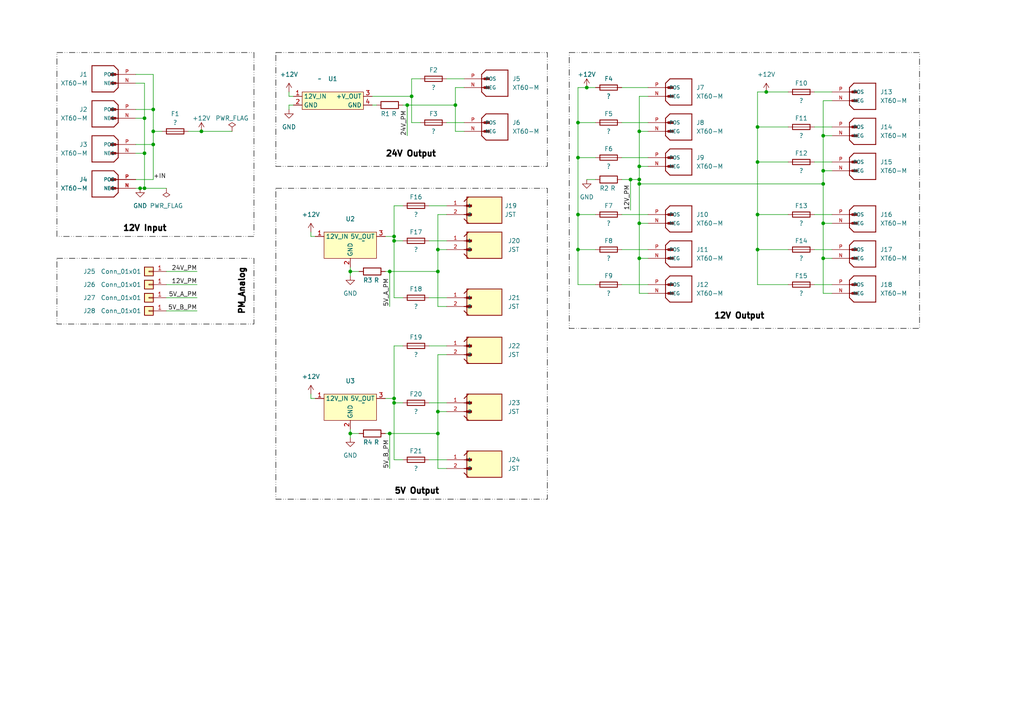
<source format=kicad_sch>
(kicad_sch (version 20230121) (generator eeschema)

  (uuid 1fc8ad1d-51fb-4420-a291-179809796a3c)

  (paper "A4")

  (lib_symbols
    (symbol "B2B-PH-K-S_LF__SN_:B2B-PH-K-S_LF__SN_" (pin_names (offset 1.016)) (in_bom yes) (on_board yes)
      (property "Reference" "J" (at -5.58 5.08 0)
        (effects (font (size 1.27 1.27)) (justify left bottom))
      )
      (property "Value" "B2B-PH-K-S_LF__SN_" (at -5.08 -5.08 0)
        (effects (font (size 1.27 1.27)) (justify left bottom))
      )
      (property "Footprint" "B2B-PH-K-S_LF__SN_:JST_B2B-PH-K-S_LF__SN_" (at 0 0 0)
        (effects (font (size 1.27 1.27)) (justify bottom) hide)
      )
      (property "Datasheet" "" (at 0 0 0)
        (effects (font (size 1.27 1.27)) hide)
      )
      (property "MF" "JST" (at 0 0 0)
        (effects (font (size 1.27 1.27)) (justify bottom) hide)
      )
      (property "Description" "\nConnector Header Through Hole 2 position 0.079 (2.00mm)\n" (at 0 0 0)
        (effects (font (size 1.27 1.27)) (justify bottom) hide)
      )
      (property "Package" "None" (at 0 0 0)
        (effects (font (size 1.27 1.27)) (justify bottom) hide)
      )
      (property "Price" "None" (at 0 0 0)
        (effects (font (size 1.27 1.27)) (justify bottom) hide)
      )
      (property "Check_prices" "https://www.snapeda.com/parts/B2B-PH-K-S%20(LF)(SN)/JST/view-part/?ref=eda" (at 0 0 0)
        (effects (font (size 1.27 1.27)) (justify bottom) hide)
      )
      (property "SnapEDA_Link" "https://www.snapeda.com/parts/B2B-PH-K-S%20(LF)(SN)/JST/view-part/?ref=snap" (at 0 0 0)
        (effects (font (size 1.27 1.27)) (justify bottom) hide)
      )
      (property "MP" "B2B-PH-K-S (LF)(SN)" (at 0 0 0)
        (effects (font (size 1.27 1.27)) (justify bottom) hide)
      )
      (property "Availability" "In Stock" (at 0 0 0)
        (effects (font (size 1.27 1.27)) (justify bottom) hide)
      )
      (property "MANUFACTURER" "JST" (at 0 0 0)
        (effects (font (size 1.27 1.27)) (justify bottom) hide)
      )
      (symbol "B2B-PH-K-S_LF__SN__0_0"
        (rectangle (start -4.445 -0.3175) (end -2.8575 0.3175)
          (stroke (width 0.1) (type default))
          (fill (type outline))
        )
        (rectangle (start -4.445 2.2225) (end -2.8575 2.8575)
          (stroke (width 0.1) (type default))
          (fill (type outline))
        )
        (rectangle (start -4.2863 -2.54) (end 5.8738 5.08)
          (stroke (width 0.254) (type default))
          (fill (type background))
        )
        (polyline
          (pts
            (xy -5.08 -1.27)
            (xy -3.81 -2.54)
          )
          (stroke (width 0.254) (type default))
          (fill (type none))
        )
        (polyline
          (pts
            (xy -5.08 0)
            (xy -3.175 0)
          )
          (stroke (width 0.254) (type default))
          (fill (type none))
        )
        (polyline
          (pts
            (xy -5.08 2.54)
            (xy -3.175 2.54)
          )
          (stroke (width 0.254) (type default))
          (fill (type none))
        )
        (polyline
          (pts
            (xy -5.08 3.81)
            (xy -3.81 5.08)
          )
          (stroke (width 0.254) (type default))
          (fill (type none))
        )
        (pin passive line (at -10.16 2.54 0) (length 5.08)
          (name "1" (effects (font (size 1.016 1.016))))
          (number "1" (effects (font (size 1.016 1.016))))
        )
        (pin passive line (at -10.16 0 0) (length 5.08)
          (name "2" (effects (font (size 1.016 1.016))))
          (number "2" (effects (font (size 1.016 1.016))))
        )
      )
    )
    (symbol "Connector_Generic:Conn_01x01" (pin_names (offset 1.016) hide) (in_bom yes) (on_board yes)
      (property "Reference" "J" (at 0 2.54 0)
        (effects (font (size 1.27 1.27)))
      )
      (property "Value" "Conn_01x01" (at 0 -2.54 0)
        (effects (font (size 1.27 1.27)))
      )
      (property "Footprint" "" (at 0 0 0)
        (effects (font (size 1.27 1.27)) hide)
      )
      (property "Datasheet" "~" (at 0 0 0)
        (effects (font (size 1.27 1.27)) hide)
      )
      (property "ki_keywords" "connector" (at 0 0 0)
        (effects (font (size 1.27 1.27)) hide)
      )
      (property "ki_description" "Generic connector, single row, 01x01, script generated (kicad-library-utils/schlib/autogen/connector/)" (at 0 0 0)
        (effects (font (size 1.27 1.27)) hide)
      )
      (property "ki_fp_filters" "Connector*:*_1x??_*" (at 0 0 0)
        (effects (font (size 1.27 1.27)) hide)
      )
      (symbol "Conn_01x01_1_1"
        (rectangle (start -1.27 0.127) (end 0 -0.127)
          (stroke (width 0.1524) (type default))
          (fill (type none))
        )
        (rectangle (start -1.27 1.27) (end 1.27 -1.27)
          (stroke (width 0.254) (type default))
          (fill (type background))
        )
        (pin passive line (at -5.08 0 0) (length 3.81)
          (name "Pin_1" (effects (font (size 1.27 1.27))))
          (number "1" (effects (font (size 1.27 1.27))))
        )
      )
    )
    (symbol "Device:Fuse" (pin_numbers hide) (pin_names (offset 0)) (in_bom yes) (on_board yes)
      (property "Reference" "F" (at 2.032 0 90)
        (effects (font (size 1.27 1.27)))
      )
      (property "Value" "Fuse" (at -1.905 0 90)
        (effects (font (size 1.27 1.27)))
      )
      (property "Footprint" "" (at -1.778 0 90)
        (effects (font (size 1.27 1.27)) hide)
      )
      (property "Datasheet" "~" (at 0 0 0)
        (effects (font (size 1.27 1.27)) hide)
      )
      (property "ki_keywords" "fuse" (at 0 0 0)
        (effects (font (size 1.27 1.27)) hide)
      )
      (property "ki_description" "Fuse" (at 0 0 0)
        (effects (font (size 1.27 1.27)) hide)
      )
      (property "ki_fp_filters" "*Fuse*" (at 0 0 0)
        (effects (font (size 1.27 1.27)) hide)
      )
      (symbol "Fuse_0_1"
        (rectangle (start -0.762 -2.54) (end 0.762 2.54)
          (stroke (width 0.254) (type default))
          (fill (type none))
        )
        (polyline
          (pts
            (xy 0 2.54)
            (xy 0 -2.54)
          )
          (stroke (width 0) (type default))
          (fill (type none))
        )
      )
      (symbol "Fuse_1_1"
        (pin passive line (at 0 3.81 270) (length 1.27)
          (name "~" (effects (font (size 1.27 1.27))))
          (number "1" (effects (font (size 1.27 1.27))))
        )
        (pin passive line (at 0 -3.81 90) (length 1.27)
          (name "~" (effects (font (size 1.27 1.27))))
          (number "2" (effects (font (size 1.27 1.27))))
        )
      )
    )
    (symbol "Device:R" (pin_numbers hide) (pin_names (offset 0)) (in_bom yes) (on_board yes)
      (property "Reference" "R" (at 2.032 0 90)
        (effects (font (size 1.27 1.27)))
      )
      (property "Value" "R" (at 0 0 90)
        (effects (font (size 1.27 1.27)))
      )
      (property "Footprint" "" (at -1.778 0 90)
        (effects (font (size 1.27 1.27)) hide)
      )
      (property "Datasheet" "~" (at 0 0 0)
        (effects (font (size 1.27 1.27)) hide)
      )
      (property "ki_keywords" "R res resistor" (at 0 0 0)
        (effects (font (size 1.27 1.27)) hide)
      )
      (property "ki_description" "Resistor" (at 0 0 0)
        (effects (font (size 1.27 1.27)) hide)
      )
      (property "ki_fp_filters" "R_*" (at 0 0 0)
        (effects (font (size 1.27 1.27)) hide)
      )
      (symbol "R_0_1"
        (rectangle (start -1.016 -2.54) (end 1.016 2.54)
          (stroke (width 0.254) (type default))
          (fill (type none))
        )
      )
      (symbol "R_1_1"
        (pin passive line (at 0 3.81 270) (length 1.27)
          (name "~" (effects (font (size 1.27 1.27))))
          (number "1" (effects (font (size 1.27 1.27))))
        )
        (pin passive line (at 0 -3.81 90) (length 1.27)
          (name "~" (effects (font (size 1.27 1.27))))
          (number "2" (effects (font (size 1.27 1.27))))
        )
      )
    )
    (symbol "XT60-M:XT60-M" (pin_names (offset 1.016)) (in_bom yes) (on_board yes)
      (property "Reference" "J" (at 0 6.35 0)
        (effects (font (size 1.27 1.27)) (justify left bottom))
      )
      (property "Value" "XT60-M" (at 0 -5.08 0)
        (effects (font (size 1.27 1.27)) (justify left bottom))
      )
      (property "Footprint" "XT60-M:AMASS_XT60-M" (at 0 0 0)
        (effects (font (size 1.27 1.27)) (justify bottom) hide)
      )
      (property "Datasheet" "" (at 0 0 0)
        (effects (font (size 1.27 1.27)) hide)
      )
      (property "MF" "AMASS" (at 0 0 0)
        (effects (font (size 1.27 1.27)) (justify bottom) hide)
      )
      (property "MAXIMUM_PACKAGE_HEIGHT" "16.00 mm" (at 0 0 0)
        (effects (font (size 1.27 1.27)) (justify bottom) hide)
      )
      (property "Package" "Package" (at 0 0 0)
        (effects (font (size 1.27 1.27)) (justify bottom) hide)
      )
      (property "Price" "None" (at 0 0 0)
        (effects (font (size 1.27 1.27)) (justify bottom) hide)
      )
      (property "Check_prices" "https://www.snapeda.com/parts/XT60-M/AMASS/view-part/?ref=eda" (at 0 0 0)
        (effects (font (size 1.27 1.27)) (justify bottom) hide)
      )
      (property "STANDARD" "IPC 7351B" (at 0 0 0)
        (effects (font (size 1.27 1.27)) (justify bottom) hide)
      )
      (property "PARTREV" "V1.2" (at 0 0 0)
        (effects (font (size 1.27 1.27)) (justify bottom) hide)
      )
      (property "SnapEDA_Link" "https://www.snapeda.com/parts/XT60-M/AMASS/view-part/?ref=snap" (at 0 0 0)
        (effects (font (size 1.27 1.27)) (justify bottom) hide)
      )
      (property "MP" "XT60-M" (at 0 0 0)
        (effects (font (size 1.27 1.27)) (justify bottom) hide)
      )
      (property "Description" "\nPlug; DC supply; XT60; male; PIN: 2; for cable; soldered; 30A; 500V\n" (at 0 0 0)
        (effects (font (size 1.27 1.27)) (justify bottom) hide)
      )
      (property "Availability" "Not in stock" (at 0 0 0)
        (effects (font (size 1.27 1.27)) (justify bottom) hide)
      )
      (property "MANUFACTURER" "AMASS" (at 0 0 0)
        (effects (font (size 1.27 1.27)) (justify bottom) hide)
      )
      (symbol "XT60-M_0_0"
        (polyline
          (pts
            (xy 0 -1.27)
            (xy 1.27 -2.54)
          )
          (stroke (width 0.254) (type default))
          (fill (type none))
        )
        (polyline
          (pts
            (xy 0 0)
            (xy 1.905 0)
          )
          (stroke (width 0.254) (type default))
          (fill (type none))
        )
        (polyline
          (pts
            (xy 0 2.54)
            (xy 0 -1.27)
          )
          (stroke (width 0.254) (type default))
          (fill (type none))
        )
        (polyline
          (pts
            (xy 0 2.54)
            (xy 1.905 2.54)
          )
          (stroke (width 0.254) (type default))
          (fill (type none))
        )
        (polyline
          (pts
            (xy 0 3.81)
            (xy 0 2.54)
          )
          (stroke (width 0.254) (type default))
          (fill (type none))
        )
        (polyline
          (pts
            (xy 0 3.81)
            (xy 1.27 5.08)
          )
          (stroke (width 0.254) (type default))
          (fill (type none))
        )
        (polyline
          (pts
            (xy 1.27 -2.54)
            (xy 7.62 -2.54)
          )
          (stroke (width 0.254) (type default))
          (fill (type none))
        )
        (polyline
          (pts
            (xy 7.62 -2.54)
            (xy 7.62 5.08)
          )
          (stroke (width 0.254) (type default))
          (fill (type none))
        )
        (polyline
          (pts
            (xy 7.62 5.08)
            (xy 1.27 5.08)
          )
          (stroke (width 0.254) (type default))
          (fill (type none))
        )
        (rectangle (start 0.635 -0.3175) (end 2.2225 0.3175)
          (stroke (width 0.1) (type default))
          (fill (type outline))
        )
        (rectangle (start 0.635 2.2225) (end 2.2225 2.8575)
          (stroke (width 0.1) (type default))
          (fill (type outline))
        )
        (pin passive line (at -5.08 0 0) (length 5.08)
          (name "NEG" (effects (font (size 1.016 1.016))))
          (number "N" (effects (font (size 1.016 1.016))))
        )
        (pin passive line (at -5.08 2.54 0) (length 5.08)
          (name "POS" (effects (font (size 1.016 1.016))))
          (number "P" (effects (font (size 1.016 1.016))))
        )
      )
    )
    (symbol "dc_converter_modules_tht:boost_adj" (in_bom yes) (on_board yes)
      (property "Reference" "U" (at 0 5.08 0)
        (effects (font (size 1.27 1.27)))
      )
      (property "Value" "" (at -3.81 7.62 0)
        (effects (font (size 1.27 1.27)))
      )
      (property "Footprint" "" (at -3.81 7.62 0)
        (effects (font (size 1.27 1.27)) hide)
      )
      (property "Datasheet" "" (at -3.81 7.62 0)
        (effects (font (size 1.27 1.27)) hide)
      )
      (symbol "boost_adj_1_1"
        (rectangle (start -8.89 3.81) (end 8.89 -1.27)
          (stroke (width 0) (type default))
          (fill (type background))
        )
        (pin power_in line (at -11.43 2.54 0) (length 2.54)
          (name "12V_IN" (effects (font (size 1.27 1.27))))
          (number "1" (effects (font (size 1.27 1.27))))
        )
        (pin passive line (at -11.43 0 0) (length 2.54)
          (name "GND" (effects (font (size 1.27 1.27))))
          (number "2" (effects (font (size 1.27 1.27))))
        )
        (pin power_out line (at 11.43 2.54 180) (length 2.54)
          (name "+V_OUT" (effects (font (size 1.27 1.27))))
          (number "3" (effects (font (size 1.27 1.27))))
        )
        (pin passive line (at 11.43 0 180) (length 2.54)
          (name "GND" (effects (font (size 1.27 1.27))))
          (number "4" (effects (font (size 1.27 1.27))))
        )
      )
    )
    (symbol "dc_converter_modules_tht:buck_5V" (in_bom yes) (on_board yes)
      (property "Reference" "U" (at 0 5.08 0)
        (effects (font (size 1.27 1.27)))
      )
      (property "Value" "" (at 3.81 1.27 0)
        (effects (font (size 1.27 1.27)))
      )
      (property "Footprint" "" (at 3.81 1.27 0)
        (effects (font (size 1.27 1.27)) hide)
      )
      (property "Datasheet" "" (at 3.81 1.27 0)
        (effects (font (size 1.27 1.27)) hide)
      )
      (symbol "buck_5V_1_1"
        (rectangle (start -7.62 3.81) (end 7.62 -3.81)
          (stroke (width 0) (type default))
          (fill (type background))
        )
        (pin power_in line (at -10.16 2.54 0) (length 2.54)
          (name "12V_IN" (effects (font (size 1.27 1.27))))
          (number "1" (effects (font (size 1.27 1.27))))
        )
        (pin passive line (at 0 -6.35 90) (length 2.54)
          (name "GND" (effects (font (size 1.27 1.27))))
          (number "2" (effects (font (size 1.27 1.27))))
        )
        (pin power_out line (at 10.16 2.54 180) (length 2.54)
          (name "5V_OUT" (effects (font (size 1.27 1.27))))
          (number "3" (effects (font (size 1.27 1.27))))
        )
      )
    )
    (symbol "power:+12V" (power) (pin_names (offset 0)) (in_bom yes) (on_board yes)
      (property "Reference" "#PWR" (at 0 -3.81 0)
        (effects (font (size 1.27 1.27)) hide)
      )
      (property "Value" "+12V" (at 0 3.556 0)
        (effects (font (size 1.27 1.27)))
      )
      (property "Footprint" "" (at 0 0 0)
        (effects (font (size 1.27 1.27)) hide)
      )
      (property "Datasheet" "" (at 0 0 0)
        (effects (font (size 1.27 1.27)) hide)
      )
      (property "ki_keywords" "global power" (at 0 0 0)
        (effects (font (size 1.27 1.27)) hide)
      )
      (property "ki_description" "Power symbol creates a global label with name \"+12V\"" (at 0 0 0)
        (effects (font (size 1.27 1.27)) hide)
      )
      (symbol "+12V_0_1"
        (polyline
          (pts
            (xy -0.762 1.27)
            (xy 0 2.54)
          )
          (stroke (width 0) (type default))
          (fill (type none))
        )
        (polyline
          (pts
            (xy 0 0)
            (xy 0 2.54)
          )
          (stroke (width 0) (type default))
          (fill (type none))
        )
        (polyline
          (pts
            (xy 0 2.54)
            (xy 0.762 1.27)
          )
          (stroke (width 0) (type default))
          (fill (type none))
        )
      )
      (symbol "+12V_1_1"
        (pin power_in line (at 0 0 90) (length 0) hide
          (name "+12V" (effects (font (size 1.27 1.27))))
          (number "1" (effects (font (size 1.27 1.27))))
        )
      )
    )
    (symbol "power:GND" (power) (pin_names (offset 0)) (in_bom yes) (on_board yes)
      (property "Reference" "#PWR" (at 0 -6.35 0)
        (effects (font (size 1.27 1.27)) hide)
      )
      (property "Value" "GND" (at 0 -3.81 0)
        (effects (font (size 1.27 1.27)))
      )
      (property "Footprint" "" (at 0 0 0)
        (effects (font (size 1.27 1.27)) hide)
      )
      (property "Datasheet" "" (at 0 0 0)
        (effects (font (size 1.27 1.27)) hide)
      )
      (property "ki_keywords" "global power" (at 0 0 0)
        (effects (font (size 1.27 1.27)) hide)
      )
      (property "ki_description" "Power symbol creates a global label with name \"GND\" , ground" (at 0 0 0)
        (effects (font (size 1.27 1.27)) hide)
      )
      (symbol "GND_0_1"
        (polyline
          (pts
            (xy 0 0)
            (xy 0 -1.27)
            (xy 1.27 -1.27)
            (xy 0 -2.54)
            (xy -1.27 -1.27)
            (xy 0 -1.27)
          )
          (stroke (width 0) (type default))
          (fill (type none))
        )
      )
      (symbol "GND_1_1"
        (pin power_in line (at 0 0 270) (length 0) hide
          (name "GND" (effects (font (size 1.27 1.27))))
          (number "1" (effects (font (size 1.27 1.27))))
        )
      )
    )
    (symbol "power:PWR_FLAG" (power) (pin_numbers hide) (pin_names (offset 0) hide) (in_bom yes) (on_board yes)
      (property "Reference" "#FLG" (at 0 1.905 0)
        (effects (font (size 1.27 1.27)) hide)
      )
      (property "Value" "PWR_FLAG" (at 0 3.81 0)
        (effects (font (size 1.27 1.27)))
      )
      (property "Footprint" "" (at 0 0 0)
        (effects (font (size 1.27 1.27)) hide)
      )
      (property "Datasheet" "~" (at 0 0 0)
        (effects (font (size 1.27 1.27)) hide)
      )
      (property "ki_keywords" "flag power" (at 0 0 0)
        (effects (font (size 1.27 1.27)) hide)
      )
      (property "ki_description" "Special symbol for telling ERC where power comes from" (at 0 0 0)
        (effects (font (size 1.27 1.27)) hide)
      )
      (symbol "PWR_FLAG_0_0"
        (pin power_out line (at 0 0 90) (length 0)
          (name "pwr" (effects (font (size 1.27 1.27))))
          (number "1" (effects (font (size 1.27 1.27))))
        )
      )
      (symbol "PWR_FLAG_0_1"
        (polyline
          (pts
            (xy 0 0)
            (xy 0 1.27)
            (xy -1.016 1.905)
            (xy 0 2.54)
            (xy 1.016 1.905)
            (xy 0 1.27)
          )
          (stroke (width 0) (type default))
          (fill (type none))
        )
      )
    )
  )

  (junction (at 219.71 72.39) (diameter 0) (color 0 0 0 0)
    (uuid 01da0c50-7536-4b62-8307-ec2f737d269b)
  )
  (junction (at 114.3 68.58) (diameter 0) (color 0 0 0 0)
    (uuid 06ead79a-ca30-48cc-b7ef-e6b26816a9bf)
  )
  (junction (at 238.76 39.37) (diameter 0) (color 0 0 0 0)
    (uuid 0c585fe1-01f0-4ced-934e-cb5f10a32095)
  )
  (junction (at 219.71 46.99) (diameter 0) (color 0 0 0 0)
    (uuid 0e41406b-8710-4144-82ad-9506d4a9c21f)
  )
  (junction (at 167.64 45.72) (diameter 0) (color 0 0 0 0)
    (uuid 0fe460e2-1d72-4b0e-a588-aa2bdb7e296f)
  )
  (junction (at 127 119.38) (diameter 0) (color 0 0 0 0)
    (uuid 208da95c-b6bc-4e95-808d-fd3d6d15dce1)
  )
  (junction (at 118.11 30.48) (diameter 0) (color 0 0 0 0)
    (uuid 236d312e-8d43-4234-bf97-46d5b7533979)
  )
  (junction (at 101.6 78.74) (diameter 0) (color 0 0 0 0)
    (uuid 23b5f33f-e0b2-472e-83ae-3a676c6a2aba)
  )
  (junction (at 185.42 52.07) (diameter 0) (color 0 0 0 0)
    (uuid 2a972ccc-4a5a-4a39-a8b7-89ff092717f9)
  )
  (junction (at 41.91 54.61) (diameter 0) (color 0 0 0 0)
    (uuid 31fcbaa4-6a15-4bd1-ba9d-1110765b1c64)
  )
  (junction (at 114.3 69.85) (diameter 0) (color 0 0 0 0)
    (uuid 3803f214-bfe5-446d-b35b-f89251f5ae4b)
  )
  (junction (at 238.76 49.53) (diameter 0) (color 0 0 0 0)
    (uuid 4c41b82e-a9ff-4d9f-a52c-cd83e1685dc1)
  )
  (junction (at 58.42 38.1) (diameter 0) (color 0 0 0 0)
    (uuid 4c6c130f-f877-41f3-b3cd-b9105970a684)
  )
  (junction (at 238.76 74.93) (diameter 0) (color 0 0 0 0)
    (uuid 51409724-d5d5-44d0-8996-4345e108554f)
  )
  (junction (at 238.76 64.77) (diameter 0) (color 0 0 0 0)
    (uuid 5b9da11d-08fa-4216-a793-30cb39faf7f1)
  )
  (junction (at 170.18 25.4) (diameter 0) (color 0 0 0 0)
    (uuid 5c02af0d-12b0-4204-8f2a-4872def485ec)
  )
  (junction (at 41.91 34.29) (diameter 0) (color 0 0 0 0)
    (uuid 5e30ef33-4ca0-4bcc-87a8-bd1ad9aa5cb9)
  )
  (junction (at 185.42 38.1) (diameter 0) (color 0 0 0 0)
    (uuid 6dec2054-d4eb-4c70-8a0d-550f5ff4215e)
  )
  (junction (at 222.25 26.67) (diameter 0) (color 0 0 0 0)
    (uuid 738ef18a-c0a9-411a-8011-070d3ac40123)
  )
  (junction (at 238.76 53.34) (diameter 0) (color 0 0 0 0)
    (uuid 7462ae30-44b9-4caa-bc74-98d8daa3ed20)
  )
  (junction (at 167.64 72.39) (diameter 0) (color 0 0 0 0)
    (uuid 749badde-003a-47f9-aea3-118c43c3e95c)
  )
  (junction (at 113.03 78.74) (diameter 0) (color 0 0 0 0)
    (uuid 7626a4c4-ef37-42ed-9e20-b90c15a8ab36)
  )
  (junction (at 182.88 52.07) (diameter 0) (color 0 0 0 0)
    (uuid 7b82b8f3-dc42-4efd-9363-9634072ceed6)
  )
  (junction (at 114.3 115.57) (diameter 0) (color 0 0 0 0)
    (uuid 7c0f838b-7730-404e-8439-99705f44ea46)
  )
  (junction (at 219.71 62.23) (diameter 0) (color 0 0 0 0)
    (uuid 870268ae-04ff-4980-abde-2da7ddce6978)
  )
  (junction (at 127 78.74) (diameter 0) (color 0 0 0 0)
    (uuid 88a00941-6f5c-4c42-a5a9-ada8f97846fe)
  )
  (junction (at 219.71 36.83) (diameter 0) (color 0 0 0 0)
    (uuid 906095f0-8e2e-43d1-bf95-03cdc7231a5d)
  )
  (junction (at 44.45 41.91) (diameter 0) (color 0 0 0 0)
    (uuid 92bed50e-ae9b-41b3-a9d5-cf63b896d9dd)
  )
  (junction (at 41.91 44.45) (diameter 0) (color 0 0 0 0)
    (uuid a206ab95-0eb5-4809-a6a4-786c8fb24606)
  )
  (junction (at 113.03 125.73) (diameter 0) (color 0 0 0 0)
    (uuid a719f2d9-b898-4ead-9583-6f811b9b3ede)
  )
  (junction (at 185.42 48.26) (diameter 0) (color 0 0 0 0)
    (uuid a8876310-725d-4dc4-8ad9-031d65005a75)
  )
  (junction (at 132.08 30.48) (diameter 0) (color 0 0 0 0)
    (uuid bb20bb72-8a39-4623-b88d-d0b6b0a0fff5)
  )
  (junction (at 44.45 38.1) (diameter 0) (color 0 0 0 0)
    (uuid be319223-f87e-41d0-8ddd-827a35150534)
  )
  (junction (at 40.64 54.61) (diameter 0) (color 0 0 0 0)
    (uuid c05ffe2a-d486-4927-b3cf-217e10822c9b)
  )
  (junction (at 185.42 64.77) (diameter 0) (color 0 0 0 0)
    (uuid c863829e-de0b-4355-8fd3-4681ce8a44d3)
  )
  (junction (at 185.42 53.34) (diameter 0) (color 0 0 0 0)
    (uuid ca4c7597-fc6f-496d-bf1b-41c285770ba0)
  )
  (junction (at 101.6 125.73) (diameter 0) (color 0 0 0 0)
    (uuid da2d6673-321d-45b5-aa0a-45bc7f0ca1fc)
  )
  (junction (at 127 72.39) (diameter 0) (color 0 0 0 0)
    (uuid e829417c-b77d-42a2-aba4-951b92eee78b)
  )
  (junction (at 127 125.73) (diameter 0) (color 0 0 0 0)
    (uuid f3a9618f-224f-4d35-a466-bdea736989e4)
  )
  (junction (at 185.42 74.93) (diameter 0) (color 0 0 0 0)
    (uuid f7f77bef-d957-4203-96d9-f5c717e4baa2)
  )
  (junction (at 44.45 31.75) (diameter 0) (color 0 0 0 0)
    (uuid f9d7617a-2971-4101-b936-0669d96287c3)
  )
  (junction (at 119.38 27.94) (diameter 0) (color 0 0 0 0)
    (uuid fcebbcd4-e320-4b62-96b6-5d2162d3c964)
  )
  (junction (at 167.64 35.56) (diameter 0) (color 0 0 0 0)
    (uuid fd6c0094-1622-4797-81c5-ebc2ca3238f3)
  )
  (junction (at 167.64 62.23) (diameter 0) (color 0 0 0 0)
    (uuid fdb94026-170b-42e4-92d7-fcec8ce39eb3)
  )
  (junction (at 114.3 116.84) (diameter 0) (color 0 0 0 0)
    (uuid fe16204d-a281-4206-b736-81b0165eea24)
  )

  (wire (pts (xy 39.37 24.13) (xy 41.91 24.13))
    (stroke (width 0) (type default))
    (uuid 01d69969-72c3-49a6-8506-e56125d1ea6d)
  )
  (wire (pts (xy 124.46 69.85) (xy 129.54 69.85))
    (stroke (width 0) (type default))
    (uuid 02382761-109a-4d33-a9dd-476b024cfac1)
  )
  (wire (pts (xy 182.88 52.07) (xy 182.88 60.96))
    (stroke (width 0) (type default))
    (uuid 02957bcc-90fe-427b-851e-823b900fcefd)
  )
  (wire (pts (xy 167.64 45.72) (xy 172.72 45.72))
    (stroke (width 0) (type default))
    (uuid 04e83090-8ec2-44e0-b15e-3641872622a2)
  )
  (wire (pts (xy 39.37 52.07) (xy 44.45 52.07))
    (stroke (width 0) (type default))
    (uuid 06884df5-578f-4f6b-b043-a0a1a0f46611)
  )
  (wire (pts (xy 236.22 82.55) (xy 241.3 82.55))
    (stroke (width 0) (type default))
    (uuid 0715b543-a5e3-4cdd-b907-cd4f8e37c39a)
  )
  (wire (pts (xy 119.38 35.56) (xy 121.92 35.56))
    (stroke (width 0) (type default))
    (uuid 07beb7d5-7c0c-406f-b525-0e6dd06bc51f)
  )
  (wire (pts (xy 180.34 62.23) (xy 187.96 62.23))
    (stroke (width 0) (type default))
    (uuid 085d2fb7-49c7-4922-b2de-76da7da7deb0)
  )
  (wire (pts (xy 172.72 35.56) (xy 167.64 35.56))
    (stroke (width 0) (type default))
    (uuid 0882e8eb-435e-4d35-a4a0-9268f2cfb5cc)
  )
  (wire (pts (xy 185.42 74.93) (xy 185.42 85.09))
    (stroke (width 0) (type default))
    (uuid 0a93bc1e-8394-47eb-b5f1-472f65d77278)
  )
  (wire (pts (xy 101.6 127) (xy 101.6 125.73))
    (stroke (width 0) (type default))
    (uuid 0eb8026e-8373-45b2-8d07-ddb5c1783745)
  )
  (wire (pts (xy 127 119.38) (xy 129.54 119.38))
    (stroke (width 0) (type default))
    (uuid 0ed51a2c-1fa6-4538-b2ca-4b8bd20aa983)
  )
  (wire (pts (xy 124.46 59.69) (xy 129.54 59.69))
    (stroke (width 0) (type default))
    (uuid 1008c0de-6462-4576-a69f-7dd6a2a3b3b0)
  )
  (wire (pts (xy 180.34 35.56) (xy 187.96 35.56))
    (stroke (width 0) (type default))
    (uuid 12f66662-8627-42c0-a178-c4a51627e32d)
  )
  (wire (pts (xy 118.11 30.48) (xy 132.08 30.48))
    (stroke (width 0) (type default))
    (uuid 13a28819-7f35-4e49-8470-f3cc622d497b)
  )
  (wire (pts (xy 167.64 72.39) (xy 167.64 82.55))
    (stroke (width 0) (type default))
    (uuid 18e8a8bf-e77a-4640-bbb2-b075022b3a80)
  )
  (wire (pts (xy 185.42 52.07) (xy 185.42 53.34))
    (stroke (width 0) (type default))
    (uuid 1beb0feb-8ab7-4fa1-a544-4ebec9da2279)
  )
  (wire (pts (xy 228.6 62.23) (xy 219.71 62.23))
    (stroke (width 0) (type default))
    (uuid 1f2ad6be-016d-4745-8e77-df296a0a5329)
  )
  (wire (pts (xy 124.46 116.84) (xy 129.54 116.84))
    (stroke (width 0) (type default))
    (uuid 1f3146f8-8953-4b37-ac4c-2152031ec6c4)
  )
  (wire (pts (xy 58.42 38.1) (xy 67.31 38.1))
    (stroke (width 0) (type default))
    (uuid 200e0a6d-f26e-45ea-93f5-7c8f153d8e07)
  )
  (wire (pts (xy 167.64 25.4) (xy 170.18 25.4))
    (stroke (width 0) (type default))
    (uuid 22788b5f-486f-4271-a58a-4d57b56dbd3c)
  )
  (wire (pts (xy 101.6 78.74) (xy 104.14 78.74))
    (stroke (width 0) (type default))
    (uuid 23fdfbfa-8645-4214-b877-8879a6a4b51b)
  )
  (wire (pts (xy 185.42 27.94) (xy 185.42 38.1))
    (stroke (width 0) (type default))
    (uuid 260bcdae-b478-4110-a66c-7965f4f15235)
  )
  (wire (pts (xy 44.45 52.07) (xy 44.45 41.91))
    (stroke (width 0) (type default))
    (uuid 2686252f-db7f-488c-b285-9a175c753fee)
  )
  (wire (pts (xy 41.91 54.61) (xy 40.64 54.61))
    (stroke (width 0) (type default))
    (uuid 2993836c-8a93-405a-ae69-dcf997fb3fcd)
  )
  (wire (pts (xy 185.42 53.34) (xy 238.76 53.34))
    (stroke (width 0) (type default))
    (uuid 2b125af2-18a5-48ee-8a63-b2510762294d)
  )
  (wire (pts (xy 238.76 85.09) (xy 241.3 85.09))
    (stroke (width 0) (type default))
    (uuid 2d6bac9b-17fa-43c8-93a5-3f85a923cabe)
  )
  (wire (pts (xy 219.71 46.99) (xy 228.6 46.99))
    (stroke (width 0) (type default))
    (uuid 2d82a8e8-6eea-46e0-982e-647fd2c61ed9)
  )
  (wire (pts (xy 238.76 74.93) (xy 241.3 74.93))
    (stroke (width 0) (type default))
    (uuid 2e3b03fa-2cef-4c5a-8576-a676c2e17e68)
  )
  (wire (pts (xy 185.42 64.77) (xy 187.96 64.77))
    (stroke (width 0) (type default))
    (uuid 30731d08-9ff7-4ae9-92b2-5edef8461cab)
  )
  (wire (pts (xy 219.71 46.99) (xy 219.71 62.23))
    (stroke (width 0) (type default))
    (uuid 30cd4149-ed58-4f4a-9076-3f32d8ee67e9)
  )
  (wire (pts (xy 134.62 25.4) (xy 132.08 25.4))
    (stroke (width 0) (type default))
    (uuid 30ff8d4f-1f8d-4bb5-a8a9-cc7566ab1877)
  )
  (wire (pts (xy 185.42 53.34) (xy 185.42 64.77))
    (stroke (width 0) (type default))
    (uuid 322fcb6d-6745-45ac-b4ba-aa8ffa8a504f)
  )
  (wire (pts (xy 41.91 34.29) (xy 41.91 24.13))
    (stroke (width 0) (type default))
    (uuid 3823cdee-be34-4413-a50a-4d835cc94e67)
  )
  (wire (pts (xy 238.76 49.53) (xy 238.76 53.34))
    (stroke (width 0) (type default))
    (uuid 383115c6-494c-4071-9941-98b8f942f033)
  )
  (wire (pts (xy 180.34 82.55) (xy 187.96 82.55))
    (stroke (width 0) (type default))
    (uuid 384b047e-bf9e-4962-a426-8fa8bc78ca0d)
  )
  (wire (pts (xy 41.91 34.29) (xy 41.91 44.45))
    (stroke (width 0) (type default))
    (uuid 3aef8bd7-061d-4df7-bb02-eb1be5280ecf)
  )
  (wire (pts (xy 236.22 72.39) (xy 241.3 72.39))
    (stroke (width 0) (type default))
    (uuid 3ba09f65-8f63-4184-b584-a7da3a8a39ef)
  )
  (wire (pts (xy 90.17 114.3) (xy 90.17 115.57))
    (stroke (width 0) (type default))
    (uuid 3d5d8f78-2a57-4983-8e9c-6f211ff26f65)
  )
  (wire (pts (xy 180.34 52.07) (xy 182.88 52.07))
    (stroke (width 0) (type default))
    (uuid 3ef7034a-12f9-44b9-af11-f880063579bd)
  )
  (wire (pts (xy 228.6 36.83) (xy 219.71 36.83))
    (stroke (width 0) (type default))
    (uuid 3f13e2ab-b5f3-483d-82cd-d5229ab62409)
  )
  (wire (pts (xy 39.37 44.45) (xy 41.91 44.45))
    (stroke (width 0) (type default))
    (uuid 41fbc29f-e05f-4e8c-8485-01c2c8778726)
  )
  (wire (pts (xy 41.91 54.61) (xy 41.91 44.45))
    (stroke (width 0) (type default))
    (uuid 428b5541-3978-460d-856d-fc0b0f1e0687)
  )
  (wire (pts (xy 83.82 30.48) (xy 83.82 31.75))
    (stroke (width 0) (type default))
    (uuid 44796bb8-4ca3-41e2-a9ea-424440d9e252)
  )
  (wire (pts (xy 127 102.87) (xy 127 119.38))
    (stroke (width 0) (type default))
    (uuid 45dc16bf-e318-4c97-8ca0-8884433411e3)
  )
  (wire (pts (xy 132.08 38.1) (xy 134.62 38.1))
    (stroke (width 0) (type default))
    (uuid 4883023b-647a-4619-940b-e6c6a2476508)
  )
  (wire (pts (xy 124.46 100.33) (xy 129.54 100.33))
    (stroke (width 0) (type default))
    (uuid 49ab382c-afb7-49e1-ae6b-f937bd54ede2)
  )
  (wire (pts (xy 187.96 38.1) (xy 185.42 38.1))
    (stroke (width 0) (type default))
    (uuid 4a79a43b-c3b6-47ef-ad4c-693f94b7c402)
  )
  (wire (pts (xy 90.17 67.31) (xy 90.17 68.58))
    (stroke (width 0) (type default))
    (uuid 4be001d6-91a8-42fa-9bd8-b802449949a5)
  )
  (wire (pts (xy 167.64 25.4) (xy 167.64 35.56))
    (stroke (width 0) (type default))
    (uuid 4d728f3e-d697-4610-b52b-6ec866338655)
  )
  (wire (pts (xy 238.76 74.93) (xy 238.76 85.09))
    (stroke (width 0) (type default))
    (uuid 501d135c-83df-4be0-918f-bf4d59fce624)
  )
  (wire (pts (xy 129.54 35.56) (xy 134.62 35.56))
    (stroke (width 0) (type default))
    (uuid 502b4de3-add4-4ccb-acec-372b6bfd77c3)
  )
  (wire (pts (xy 101.6 125.73) (xy 104.14 125.73))
    (stroke (width 0) (type default))
    (uuid 50db994a-d8bb-4569-bdca-8e175d238c9f)
  )
  (wire (pts (xy 111.76 78.74) (xy 113.03 78.74))
    (stroke (width 0) (type default))
    (uuid 51837a0b-e0cc-43ef-8c47-adc2c75c4fc4)
  )
  (wire (pts (xy 114.3 69.85) (xy 116.84 69.85))
    (stroke (width 0) (type default))
    (uuid 51c5f3b0-550f-4f7b-93de-013a2efa8924)
  )
  (wire (pts (xy 41.91 54.61) (xy 48.26 54.61))
    (stroke (width 0) (type default))
    (uuid 549635f4-1356-4ed3-aa72-ef1e3f0a968d)
  )
  (wire (pts (xy 167.64 72.39) (xy 172.72 72.39))
    (stroke (width 0) (type default))
    (uuid 55e7f014-bf60-4b33-9a3f-13be3cdb9337)
  )
  (wire (pts (xy 114.3 59.69) (xy 114.3 68.58))
    (stroke (width 0) (type default))
    (uuid 59f008b2-a323-4d45-b488-5088e6753b41)
  )
  (wire (pts (xy 222.25 26.67) (xy 228.6 26.67))
    (stroke (width 0) (type default))
    (uuid 5a0e3bdc-0c2a-4de1-b274-f36f7bb783ab)
  )
  (wire (pts (xy 228.6 82.55) (xy 219.71 82.55))
    (stroke (width 0) (type default))
    (uuid 5af748e0-8afa-4f21-b6da-44ff639f3166)
  )
  (wire (pts (xy 180.34 25.4) (xy 187.96 25.4))
    (stroke (width 0) (type default))
    (uuid 5eca63ef-a680-472d-aa99-db5cfe8f1dc7)
  )
  (wire (pts (xy 114.3 116.84) (xy 114.3 133.35))
    (stroke (width 0) (type default))
    (uuid 5f868a6d-c705-489d-b15f-1d10744af08b)
  )
  (wire (pts (xy 111.76 125.73) (xy 113.03 125.73))
    (stroke (width 0) (type default))
    (uuid 60be5240-da6f-42c8-9c2d-08a53e55dcae)
  )
  (wire (pts (xy 54.61 38.1) (xy 58.42 38.1))
    (stroke (width 0) (type default))
    (uuid 6505543c-a3e9-4ef3-b0a7-4df1ad5852e8)
  )
  (wire (pts (xy 129.54 102.87) (xy 127 102.87))
    (stroke (width 0) (type default))
    (uuid 6659d74a-71ea-4980-a651-c8e361e58f8a)
  )
  (wire (pts (xy 119.38 22.86) (xy 121.92 22.86))
    (stroke (width 0) (type default))
    (uuid 66901d52-598f-4eb7-96e9-12705501719a)
  )
  (wire (pts (xy 113.03 78.74) (xy 113.03 88.9))
    (stroke (width 0) (type default))
    (uuid 68215c1a-28e9-4dec-a77a-9b890e40e4de)
  )
  (wire (pts (xy 39.37 41.91) (xy 44.45 41.91))
    (stroke (width 0) (type default))
    (uuid 6b8b1013-3930-4a3a-b803-bf976e6877f7)
  )
  (wire (pts (xy 172.72 52.07) (xy 170.18 52.07))
    (stroke (width 0) (type default))
    (uuid 6bb7c168-c425-45d5-bd9b-08aa26052979)
  )
  (wire (pts (xy 167.64 62.23) (xy 167.64 72.39))
    (stroke (width 0) (type default))
    (uuid 6c128ef2-96ae-480c-8dcd-76af3b07e177)
  )
  (wire (pts (xy 185.42 38.1) (xy 185.42 48.26))
    (stroke (width 0) (type default))
    (uuid 6c5a946c-c0b1-401d-82ff-41b699e64599)
  )
  (wire (pts (xy 185.42 85.09) (xy 187.96 85.09))
    (stroke (width 0) (type default))
    (uuid 6cbead08-fbee-43ee-8598-d9e4545cc6df)
  )
  (wire (pts (xy 39.37 21.59) (xy 44.45 21.59))
    (stroke (width 0) (type default))
    (uuid 6cca7f70-063f-44b9-b4a0-a4186da675bd)
  )
  (wire (pts (xy 114.3 69.85) (xy 114.3 86.36))
    (stroke (width 0) (type default))
    (uuid 6d83fe1d-e130-4818-8764-f9e8c8f179f1)
  )
  (wire (pts (xy 219.71 36.83) (xy 219.71 46.99))
    (stroke (width 0) (type default))
    (uuid 6ee9d449-2154-43a7-97d1-042a25649fe4)
  )
  (wire (pts (xy 111.76 115.57) (xy 114.3 115.57))
    (stroke (width 0) (type default))
    (uuid 72721fa5-cb19-4dde-acb3-4b77f2a0b0c4)
  )
  (wire (pts (xy 39.37 31.75) (xy 44.45 31.75))
    (stroke (width 0) (type default))
    (uuid 7a3fdbb2-bcb5-4290-93af-7d0bc9f131c9)
  )
  (wire (pts (xy 44.45 38.1) (xy 46.99 38.1))
    (stroke (width 0) (type default))
    (uuid 848af4fd-0763-44ad-b3e5-92c3c3636b64)
  )
  (wire (pts (xy 167.64 45.72) (xy 167.64 62.23))
    (stroke (width 0) (type default))
    (uuid 8547ddbf-cd5f-479e-a1cd-a37d3ddcec67)
  )
  (wire (pts (xy 241.3 29.21) (xy 238.76 29.21))
    (stroke (width 0) (type default))
    (uuid 85c4cc39-46c9-4000-a942-03f3aab6fb63)
  )
  (wire (pts (xy 116.84 30.48) (xy 118.11 30.48))
    (stroke (width 0) (type default))
    (uuid 85e725ab-369b-4593-9ef6-26b3c2f29842)
  )
  (wire (pts (xy 238.76 53.34) (xy 238.76 64.77))
    (stroke (width 0) (type default))
    (uuid 8878e5fc-f116-4582-bffc-74a0fc42cefa)
  )
  (wire (pts (xy 219.71 26.67) (xy 222.25 26.67))
    (stroke (width 0) (type default))
    (uuid 89c0407a-81e5-420c-9f4c-50817cbc6440)
  )
  (wire (pts (xy 238.76 64.77) (xy 241.3 64.77))
    (stroke (width 0) (type default))
    (uuid 8a70d6fb-ac90-48f5-a95d-9b51afa94432)
  )
  (wire (pts (xy 101.6 78.74) (xy 101.6 80.01))
    (stroke (width 0) (type default))
    (uuid 8b1fc485-f447-43ed-ad60-35feefeb853b)
  )
  (wire (pts (xy 219.71 72.39) (xy 219.71 82.55))
    (stroke (width 0) (type default))
    (uuid 8b31f10b-54ea-4126-a912-236747e47036)
  )
  (wire (pts (xy 124.46 86.36) (xy 129.54 86.36))
    (stroke (width 0) (type default))
    (uuid 8d9de4b1-e5f7-444d-812a-6e3446f12bd2)
  )
  (wire (pts (xy 114.3 59.69) (xy 116.84 59.69))
    (stroke (width 0) (type default))
    (uuid 92dd2740-e427-41ef-9f69-4437fa019d3a)
  )
  (wire (pts (xy 85.09 27.94) (xy 83.82 27.94))
    (stroke (width 0) (type default))
    (uuid 93a67532-f2aa-4a6f-b4ba-95cb5b31f983)
  )
  (wire (pts (xy 111.76 68.58) (xy 114.3 68.58))
    (stroke (width 0) (type default))
    (uuid 9568e14a-b421-4a27-bbe3-6ef0142d6e43)
  )
  (wire (pts (xy 114.3 115.57) (xy 114.3 116.84))
    (stroke (width 0) (type default))
    (uuid 98f5b6e4-b492-4081-b843-7c1c6c9db8dc)
  )
  (wire (pts (xy 127 119.38) (xy 127 125.73))
    (stroke (width 0) (type default))
    (uuid 9b7b426e-34c2-4578-ae2d-237d68d5b37c)
  )
  (wire (pts (xy 167.64 35.56) (xy 167.64 45.72))
    (stroke (width 0) (type default))
    (uuid 9e8b7e31-a838-4ce8-985d-b7c5909f82f4)
  )
  (wire (pts (xy 91.44 115.57) (xy 90.17 115.57))
    (stroke (width 0) (type default))
    (uuid 9fbbb12a-1e23-4b8f-a840-48d1fea2dbf0)
  )
  (wire (pts (xy 107.95 27.94) (xy 119.38 27.94))
    (stroke (width 0) (type default))
    (uuid a4308413-d322-4b75-8782-7ccd9b2d8416)
  )
  (wire (pts (xy 118.11 30.48) (xy 118.11 39.37))
    (stroke (width 0) (type default))
    (uuid a6f043a9-2630-46e1-9bae-f12a6c75847c)
  )
  (wire (pts (xy 127 72.39) (xy 127 78.74))
    (stroke (width 0) (type default))
    (uuid ab94a6e1-94b0-4838-b469-777b1d29a409)
  )
  (wire (pts (xy 127 62.23) (xy 127 72.39))
    (stroke (width 0) (type default))
    (uuid ae0532a7-23b9-41ab-acf9-f2a4ae7ff120)
  )
  (wire (pts (xy 238.76 49.53) (xy 241.3 49.53))
    (stroke (width 0) (type default))
    (uuid ae839492-7cd0-42b0-9509-92314de80b5a)
  )
  (wire (pts (xy 185.42 64.77) (xy 185.42 74.93))
    (stroke (width 0) (type default))
    (uuid aedc74ca-e92b-405d-92c3-751c203985c7)
  )
  (wire (pts (xy 236.22 36.83) (xy 241.3 36.83))
    (stroke (width 0) (type default))
    (uuid b0700296-fe1a-4cdb-a265-efa024638cad)
  )
  (wire (pts (xy 185.42 48.26) (xy 187.96 48.26))
    (stroke (width 0) (type default))
    (uuid b165ca25-898a-4861-94c7-f00d8919baeb)
  )
  (wire (pts (xy 180.34 72.39) (xy 187.96 72.39))
    (stroke (width 0) (type default))
    (uuid b3447f02-22a3-4c56-8589-83d2a67821eb)
  )
  (wire (pts (xy 113.03 78.74) (xy 127 78.74))
    (stroke (width 0) (type default))
    (uuid b41af8c4-4938-4960-a3ba-50209a917c9e)
  )
  (wire (pts (xy 236.22 26.67) (xy 241.3 26.67))
    (stroke (width 0) (type default))
    (uuid b448d292-df02-4aad-bf21-87d5284aa249)
  )
  (wire (pts (xy 172.72 62.23) (xy 167.64 62.23))
    (stroke (width 0) (type default))
    (uuid b457a8e6-98b4-4030-aca8-9b1317335b2d)
  )
  (wire (pts (xy 127 135.89) (xy 129.54 135.89))
    (stroke (width 0) (type default))
    (uuid b4f2335d-fb92-4bc5-88e4-844099cf35d6)
  )
  (wire (pts (xy 185.42 52.07) (xy 182.88 52.07))
    (stroke (width 0) (type default))
    (uuid b64780fb-d7c3-48c1-a5cd-248ce5d2ba5c)
  )
  (wire (pts (xy 119.38 27.94) (xy 119.38 35.56))
    (stroke (width 0) (type default))
    (uuid b72d663c-9672-418c-a66e-c8fd21b40570)
  )
  (wire (pts (xy 119.38 22.86) (xy 119.38 27.94))
    (stroke (width 0) (type default))
    (uuid b75fdd1f-ae62-45e1-9f0f-4aa88ed4b9db)
  )
  (wire (pts (xy 48.26 78.74) (xy 57.15 78.74))
    (stroke (width 0) (type default))
    (uuid b8d82364-5426-4e78-a822-551df481eaf0)
  )
  (wire (pts (xy 129.54 62.23) (xy 127 62.23))
    (stroke (width 0) (type default))
    (uuid b9a97ea5-2a8e-460b-b2fd-5a91749d0213)
  )
  (wire (pts (xy 238.76 64.77) (xy 238.76 74.93))
    (stroke (width 0) (type default))
    (uuid b9de501e-9afc-4866-9f29-936202204e4e)
  )
  (wire (pts (xy 114.3 68.58) (xy 114.3 69.85))
    (stroke (width 0) (type default))
    (uuid bab27d4b-a180-4a53-99fc-0f25523c716c)
  )
  (wire (pts (xy 219.71 72.39) (xy 228.6 72.39))
    (stroke (width 0) (type default))
    (uuid bc1c9505-13b0-4f4b-9668-0dff0dbcecab)
  )
  (wire (pts (xy 114.3 133.35) (xy 116.84 133.35))
    (stroke (width 0) (type default))
    (uuid bdef8376-70db-4484-88ce-8565c4af1d30)
  )
  (wire (pts (xy 40.64 54.61) (xy 39.37 54.61))
    (stroke (width 0) (type default))
    (uuid bdf27a29-ebe0-4796-b187-3f97e4fb1081)
  )
  (wire (pts (xy 238.76 29.21) (xy 238.76 39.37))
    (stroke (width 0) (type default))
    (uuid be6dcad1-58aa-43ca-bada-4e2edccb56d4)
  )
  (wire (pts (xy 113.03 125.73) (xy 127 125.73))
    (stroke (width 0) (type default))
    (uuid be9392c3-69e1-4243-b083-ff93b1a932fb)
  )
  (wire (pts (xy 48.26 82.55) (xy 57.15 82.55))
    (stroke (width 0) (type default))
    (uuid bf7547bd-3d5e-4599-b5bd-ad1c74021141)
  )
  (wire (pts (xy 83.82 27.94) (xy 83.82 26.67))
    (stroke (width 0) (type default))
    (uuid bfee1715-294a-4b1d-9bab-0016a7d996a9)
  )
  (wire (pts (xy 44.45 38.1) (xy 44.45 41.91))
    (stroke (width 0) (type default))
    (uuid c2078035-6681-4037-b982-f8feac396221)
  )
  (wire (pts (xy 114.3 100.33) (xy 114.3 115.57))
    (stroke (width 0) (type default))
    (uuid c2cdf271-ad13-4ca9-b6d5-63c14e6397f2)
  )
  (wire (pts (xy 236.22 46.99) (xy 241.3 46.99))
    (stroke (width 0) (type default))
    (uuid c30db467-acc3-412d-8ff6-f4c66b966171)
  )
  (wire (pts (xy 187.96 27.94) (xy 185.42 27.94))
    (stroke (width 0) (type default))
    (uuid c380596d-0a47-4089-8bf0-a64d27e7cdd2)
  )
  (wire (pts (xy 185.42 74.93) (xy 187.96 74.93))
    (stroke (width 0) (type default))
    (uuid c3bc4073-cc45-498f-9c0c-39a7bc4cc069)
  )
  (wire (pts (xy 170.18 25.4) (xy 172.72 25.4))
    (stroke (width 0) (type default))
    (uuid c4b9241c-223a-4d04-afc0-56ff8168e898)
  )
  (wire (pts (xy 101.6 78.74) (xy 101.6 77.47))
    (stroke (width 0) (type default))
    (uuid c5921a4c-8aac-4e4e-8c4b-873cd95c0d47)
  )
  (wire (pts (xy 48.26 90.17) (xy 57.15 90.17))
    (stroke (width 0) (type default))
    (uuid c6748007-8876-4180-a94e-ba41209a22b8)
  )
  (wire (pts (xy 172.72 82.55) (xy 167.64 82.55))
    (stroke (width 0) (type default))
    (uuid c6ed415a-7c33-4322-86fe-74d62d0e8fe7)
  )
  (wire (pts (xy 236.22 62.23) (xy 241.3 62.23))
    (stroke (width 0) (type default))
    (uuid c9838de0-74e3-48eb-8ea8-c941edb41ed9)
  )
  (wire (pts (xy 127 88.9) (xy 129.54 88.9))
    (stroke (width 0) (type default))
    (uuid d482650f-1161-4508-b8ad-3149ee7053af)
  )
  (wire (pts (xy 180.34 45.72) (xy 187.96 45.72))
    (stroke (width 0) (type default))
    (uuid d52d69a9-cc2d-465d-bb74-b1c0b589ade7)
  )
  (wire (pts (xy 107.95 30.48) (xy 109.22 30.48))
    (stroke (width 0) (type default))
    (uuid d5c9939b-4e94-4a25-8110-61747f63e118)
  )
  (wire (pts (xy 114.3 86.36) (xy 116.84 86.36))
    (stroke (width 0) (type default))
    (uuid d67d0a78-4ae1-4631-a798-f12289dee7b7)
  )
  (wire (pts (xy 91.44 68.58) (xy 90.17 68.58))
    (stroke (width 0) (type default))
    (uuid d67f3d72-4723-4aee-b943-9f0b931b649a)
  )
  (wire (pts (xy 219.71 26.67) (xy 219.71 36.83))
    (stroke (width 0) (type default))
    (uuid ded93012-ca70-4223-aa9a-172d7f32c59b)
  )
  (wire (pts (xy 132.08 25.4) (xy 132.08 30.48))
    (stroke (width 0) (type default))
    (uuid e1b699a3-ec19-492c-afb2-c28e7748ca0b)
  )
  (wire (pts (xy 185.42 48.26) (xy 185.42 52.07))
    (stroke (width 0) (type default))
    (uuid e49b6b32-3f89-426f-8a7f-7f77a48f18ff)
  )
  (wire (pts (xy 85.09 30.48) (xy 83.82 30.48))
    (stroke (width 0) (type default))
    (uuid e4e07f5c-9c99-4c7f-9cd1-cb4818b6497e)
  )
  (wire (pts (xy 44.45 31.75) (xy 44.45 38.1))
    (stroke (width 0) (type default))
    (uuid e8ee2533-3435-4cc9-a932-24b8066f58f0)
  )
  (wire (pts (xy 101.6 125.73) (xy 101.6 124.46))
    (stroke (width 0) (type default))
    (uuid e9650bcb-3b80-40d6-a86e-b890d4358a27)
  )
  (wire (pts (xy 132.08 30.48) (xy 132.08 38.1))
    (stroke (width 0) (type default))
    (uuid ea653622-f462-4125-93eb-99ca2c0ebe28)
  )
  (wire (pts (xy 129.54 22.86) (xy 134.62 22.86))
    (stroke (width 0) (type default))
    (uuid eafcd67f-db1d-4eb2-8f32-5863fc845bc6)
  )
  (wire (pts (xy 127 78.74) (xy 127 88.9))
    (stroke (width 0) (type default))
    (uuid ecde6135-6b85-4fd2-af31-64a83f76a020)
  )
  (wire (pts (xy 41.91 34.29) (xy 39.37 34.29))
    (stroke (width 0) (type default))
    (uuid edb83053-e9c9-4d44-a544-30009758dd2e)
  )
  (wire (pts (xy 238.76 39.37) (xy 241.3 39.37))
    (stroke (width 0) (type default))
    (uuid f3570184-5fd5-40e7-908d-97df5286b5f0)
  )
  (wire (pts (xy 127 72.39) (xy 129.54 72.39))
    (stroke (width 0) (type default))
    (uuid f562a99b-f453-49db-a7bf-427cce9e2e0a)
  )
  (wire (pts (xy 238.76 39.37) (xy 238.76 49.53))
    (stroke (width 0) (type default))
    (uuid f6fff935-e195-45b9-b417-631244d37d7e)
  )
  (wire (pts (xy 44.45 31.75) (xy 44.45 21.59))
    (stroke (width 0) (type default))
    (uuid f9a2c404-d802-4d12-8757-65808e07dbbf)
  )
  (wire (pts (xy 48.26 86.36) (xy 57.15 86.36))
    (stroke (width 0) (type default))
    (uuid fa1c5b79-9ca2-4612-92e8-42f30923a8f8)
  )
  (wire (pts (xy 219.71 62.23) (xy 219.71 72.39))
    (stroke (width 0) (type default))
    (uuid fae44e2e-428f-473d-a3d9-0bc957e26b2e)
  )
  (wire (pts (xy 116.84 116.84) (xy 114.3 116.84))
    (stroke (width 0) (type default))
    (uuid faff3080-7dc3-4e95-825f-91f05501026f)
  )
  (wire (pts (xy 124.46 133.35) (xy 129.54 133.35))
    (stroke (width 0) (type default))
    (uuid fb06c8e3-f126-4acf-94e5-04866540c76e)
  )
  (wire (pts (xy 127 125.73) (xy 127 135.89))
    (stroke (width 0) (type default))
    (uuid fe8e6b6f-e93b-4845-a262-08c7c0c00603)
  )
  (wire (pts (xy 114.3 100.33) (xy 116.84 100.33))
    (stroke (width 0) (type default))
    (uuid feab6ab7-0202-4304-81e6-d9e281ff6b5e)
  )
  (wire (pts (xy 113.03 125.73) (xy 113.03 135.89))
    (stroke (width 0) (type default))
    (uuid ff5a778a-61c9-47cd-8fd7-772812f2a880)
  )

  (rectangle (start 80.01 15.24) (end 158.75 48.26)
    (stroke (width 0) (type dash_dot_dot) (color 0 0 0 1))
    (fill (type none))
    (uuid 00357602-6e6e-4e93-8d10-be054aa48e03)
  )
  (rectangle (start 165.1 15.24) (end 266.7 95.25)
    (stroke (width 0) (type dash_dot_dot) (color 0 0 0 1))
    (fill (type none))
    (uuid 2d7877fa-cc2f-467a-b77a-4c273f0ebe79)
  )
  (rectangle (start 16.51 15.24) (end 73.66 68.58)
    (stroke (width 0) (type dash_dot_dot) (color 0 0 0 1))
    (fill (type none))
    (uuid 748c7452-007d-40e4-940e-cf171505f95f)
  )
  (rectangle (start -142.24 234.95) (end -142.24 234.95)
    (stroke (width 0) (type default))
    (fill (type none))
    (uuid a7cbef73-998c-4236-82c0-cf045d415819)
  )
  (rectangle (start 80.01 54.61) (end 158.75 144.78)
    (stroke (width 0) (type dash_dot_dot) (color 0 0 0 1))
    (fill (type none))
    (uuid d80f29f9-3a97-4419-a336-c9acf322dac5)
  )
  (rectangle (start 16.51 74.93) (end 73.66 93.98)
    (stroke (width 0) (type dash_dot_dot) (color 0 0 0 1))
    (fill (type none))
    (uuid eda68e74-2246-4e81-ba78-42d8a549c20b)
  )

  (text "12V Output" (at 207.01 92.71 0)
    (effects (font (size 1.7 1.7) (thickness 0.4) bold (color 0 0 0 1)) (justify left bottom))
    (uuid 049cae16-2e15-4edd-b9ad-b89d82f505b3)
  )
  (text "5V Output" (at 114.3 143.51 0)
    (effects (font (size 1.7 1.7) (thickness 0.4) bold (color 0 0 0 1)) (justify left bottom))
    (uuid 21e70f97-4030-4e7a-b603-497aa9e8652b)
  )
  (text "24V Output" (at 111.76 45.72 0)
    (effects (font (size 1.7 1.7) (thickness 0.4) bold (color 0 0 0 1)) (justify left bottom))
    (uuid 945cb1e3-c4d4-463c-9a5a-0765f25d1047)
  )
  (text "PM_Analog\n" (at 71.12 91.44 90)
    (effects (font (size 1.7 1.7) (thickness 0.4) bold (color 0 0 0 1)) (justify left bottom))
    (uuid 9836cded-8cfe-4c43-989d-0d328ab22abc)
  )
  (text "12V Input" (at 35.56 67.31 0)
    (effects (font (size 1.7 1.7) (thickness 0.4) bold (color 0 0 0 1)) (justify left bottom))
    (uuid c89ea61d-148c-4656-95cc-8046ab54e21f)
  )

  (label "24V_PM" (at 57.15 78.74 180) (fields_autoplaced)
    (effects (font (size 1.27 1.27)) (justify right bottom))
    (uuid 2439bcdc-d9ee-4f65-b89c-e3cb9188f694)
  )
  (label "24V_PM" (at 118.11 39.37 90) (fields_autoplaced)
    (effects (font (size 1.27 1.27)) (justify left bottom))
    (uuid 553a621a-2cb9-4d2f-baf3-062a71757d38)
  )
  (label "5V_A_PM" (at 113.03 88.9 90) (fields_autoplaced)
    (effects (font (size 1.27 1.27)) (justify left bottom))
    (uuid 6e81cfa2-075f-4c9f-9288-8bdba61a4f13)
  )
  (label "+IN" (at 44.45 52.07 0) (fields_autoplaced)
    (effects (font (size 1.27 1.27)) (justify left bottom))
    (uuid 929a528f-b1ab-451e-89c6-4d46556d3b84)
  )
  (label "5V_B_PM" (at 57.15 90.17 180) (fields_autoplaced)
    (effects (font (size 1.27 1.27)) (justify right bottom))
    (uuid a4eb9892-2638-453b-b12b-2fab2c802abb)
  )
  (label "12V_PM" (at 182.88 60.96 90) (fields_autoplaced)
    (effects (font (size 1.27 1.27)) (justify left bottom))
    (uuid af08504f-f065-4b89-90c7-ae3dd4836283)
  )
  (label "5V_A_PM" (at 57.15 86.36 180) (fields_autoplaced)
    (effects (font (size 1.27 1.27)) (justify right bottom))
    (uuid b442cac1-d554-47a1-95d9-8f2d2a8660db)
  )
  (label "5V_B_PM" (at 113.03 135.89 90) (fields_autoplaced)
    (effects (font (size 1.27 1.27)) (justify left bottom))
    (uuid c83a4865-c36a-4b35-a00f-3aeecebf1972)
  )
  (label "12V_PM" (at 57.15 82.55 180) (fields_autoplaced)
    (effects (font (size 1.27 1.27)) (justify right bottom))
    (uuid d0b9fe23-f6d1-4c78-a4da-e937b7a50e0c)
  )

  (symbol (lib_id "Device:Fuse") (at 176.53 72.39 90) (unit 1)
    (in_bom yes) (on_board yes) (dnp no)
    (uuid 029b6030-91db-4ee4-9778-92648d8c836c)
    (property "Reference" "F8" (at 176.53 69.85 90)
      (effects (font (size 1.27 1.27)))
    )
    (property "Value" "?" (at 176.53 74.93 90)
      (effects (font (size 1.27 1.27)))
    )
    (property "Footprint" "Fuse:Fuse_Blade_ATO_directSolder" (at 176.53 74.168 90)
      (effects (font (size 1.27 1.27)) hide)
    )
    (property "Datasheet" "~" (at 176.53 72.39 0)
      (effects (font (size 1.27 1.27)) hide)
    )
    (pin "2" (uuid 7c8b14f9-0e93-4bc3-9715-cce04bc64411))
    (pin "1" (uuid 7b98611b-9331-4ecc-b988-e5ca59ff36e1))
    (instances
      (project "busbar"
        (path "/1fc8ad1d-51fb-4420-a291-179809796a3c"
          (reference "F8") (unit 1)
        )
      )
    )
  )

  (symbol (lib_id "power:GND") (at 170.18 52.07 0) (unit 1)
    (in_bom yes) (on_board yes) (dnp no) (fields_autoplaced)
    (uuid 051c14ac-75d0-4caa-a82c-d8c441abb335)
    (property "Reference" "#PWR01" (at 170.18 58.42 0)
      (effects (font (size 1.27 1.27)) hide)
    )
    (property "Value" "GND" (at 170.18 57.15 0)
      (effects (font (size 1.27 1.27)))
    )
    (property "Footprint" "" (at 170.18 52.07 0)
      (effects (font (size 1.27 1.27)) hide)
    )
    (property "Datasheet" "" (at 170.18 52.07 0)
      (effects (font (size 1.27 1.27)) hide)
    )
    (pin "1" (uuid 30d9704f-4684-4e5f-a768-9ad4e2deeaa3))
    (instances
      (project "busbar"
        (path "/1fc8ad1d-51fb-4420-a291-179809796a3c"
          (reference "#PWR01") (unit 1)
        )
      )
    )
  )

  (symbol (lib_id "power:GND") (at 40.64 54.61 0) (unit 1)
    (in_bom yes) (on_board yes) (dnp no) (fields_autoplaced)
    (uuid 061cf1be-16c8-4052-976d-6b964559ca4b)
    (property "Reference" "#PWR03" (at 40.64 60.96 0)
      (effects (font (size 1.27 1.27)) hide)
    )
    (property "Value" "GND" (at 40.64 59.69 0)
      (effects (font (size 1.27 1.27)))
    )
    (property "Footprint" "" (at 40.64 54.61 0)
      (effects (font (size 1.27 1.27)) hide)
    )
    (property "Datasheet" "" (at 40.64 54.61 0)
      (effects (font (size 1.27 1.27)) hide)
    )
    (pin "1" (uuid 9c41d524-cac2-4e5c-a1ef-d361f7e4123d))
    (instances
      (project "busbar"
        (path "/1fc8ad1d-51fb-4420-a291-179809796a3c"
          (reference "#PWR03") (unit 1)
        )
      )
    )
  )

  (symbol (lib_id "Device:R") (at 113.03 30.48 90) (unit 1)
    (in_bom yes) (on_board yes) (dnp no)
    (uuid 083dc0f5-db56-4602-907d-c8576c809e71)
    (property "Reference" "R1" (at 111.76 33.02 90)
      (effects (font (size 1.27 1.27)))
    )
    (property "Value" "R" (at 114.3 33.02 90)
      (effects (font (size 1.27 1.27)))
    )
    (property "Footprint" "Resistor_THT:R_Axial_DIN0411_L9.9mm_D3.6mm_P15.24mm_Horizontal" (at 113.03 32.258 90)
      (effects (font (size 1.27 1.27)) hide)
    )
    (property "Datasheet" "~" (at 113.03 30.48 0)
      (effects (font (size 1.27 1.27)) hide)
    )
    (pin "1" (uuid e12dbc38-ab56-42fc-a77f-48d39e6c1668))
    (pin "2" (uuid 045beb98-7416-4e15-85f7-66bd98f30be7))
    (instances
      (project "busbar"
        (path "/1fc8ad1d-51fb-4420-a291-179809796a3c"
          (reference "R1") (unit 1)
        )
      )
    )
  )

  (symbol (lib_id "Device:Fuse") (at 176.53 35.56 90) (unit 1)
    (in_bom yes) (on_board yes) (dnp no)
    (uuid 0f5aed06-a7e9-4ccc-86d8-975dcbbf15a4)
    (property "Reference" "F5" (at 176.53 33.02 90)
      (effects (font (size 1.27 1.27)))
    )
    (property "Value" "?" (at 176.53 38.1 90)
      (effects (font (size 1.27 1.27)))
    )
    (property "Footprint" "Fuse:Fuse_Blade_ATO_directSolder" (at 176.53 37.338 90)
      (effects (font (size 1.27 1.27)) hide)
    )
    (property "Datasheet" "~" (at 176.53 35.56 0)
      (effects (font (size 1.27 1.27)) hide)
    )
    (pin "2" (uuid 7f16267b-7846-4d5a-89af-939ca9d42303))
    (pin "1" (uuid fe836c22-9615-44d8-a23b-f4557423093c))
    (instances
      (project "busbar"
        (path "/1fc8ad1d-51fb-4420-a291-179809796a3c"
          (reference "F5") (unit 1)
        )
      )
    )
  )

  (symbol (lib_id "Device:Fuse") (at 232.41 46.99 90) (unit 1)
    (in_bom yes) (on_board yes) (dnp no)
    (uuid 14e5fbb2-dc0a-4a46-ab0a-d5f46a4beefe)
    (property "Reference" "F12" (at 232.41 44.45 90)
      (effects (font (size 1.27 1.27)))
    )
    (property "Value" "?" (at 232.41 49.53 90)
      (effects (font (size 1.27 1.27)))
    )
    (property "Footprint" "Fuse:Fuse_Blade_ATO_directSolder" (at 232.41 48.768 90)
      (effects (font (size 1.27 1.27)) hide)
    )
    (property "Datasheet" "~" (at 232.41 46.99 0)
      (effects (font (size 1.27 1.27)) hide)
    )
    (pin "2" (uuid 71862b58-a827-445d-8b18-df26db17555d))
    (pin "1" (uuid b7dad1b4-3198-4e9b-b9dd-a18017cebd42))
    (instances
      (project "busbar"
        (path "/1fc8ad1d-51fb-4420-a291-179809796a3c"
          (reference "F12") (unit 1)
        )
      )
    )
  )

  (symbol (lib_id "B2B-PH-K-S_LF__SN_:B2B-PH-K-S_LF__SN_") (at 139.7 88.9 0) (unit 1)
    (in_bom yes) (on_board yes) (dnp no)
    (uuid 1d1ff537-4d8d-47a5-bd93-d4179447e963)
    (property "Reference" "J21" (at 147.32 86.36 0)
      (effects (font (size 1.27 1.27)) (justify left))
    )
    (property "Value" "JST" (at 147.32 88.9 0)
      (effects (font (size 1.27 1.27)) (justify left))
    )
    (property "Footprint" "B2B-PH-K-S_LF__SN_:JST_B2B-PH-K-S_LF__SN_" (at 139.7 88.9 0)
      (effects (font (size 1.27 1.27)) (justify bottom) hide)
    )
    (property "Datasheet" "" (at 139.7 88.9 0)
      (effects (font (size 1.27 1.27)) hide)
    )
    (property "MF" "JST" (at 139.7 88.9 0)
      (effects (font (size 1.27 1.27)) (justify bottom) hide)
    )
    (property "Description" "\nConnector Header Through Hole 2 position 0.079 (2.00mm)\n" (at 139.7 88.9 0)
      (effects (font (size 1.27 1.27)) (justify bottom) hide)
    )
    (property "Package" "None" (at 139.7 88.9 0)
      (effects (font (size 1.27 1.27)) (justify bottom) hide)
    )
    (property "Price" "None" (at 139.7 88.9 0)
      (effects (font (size 1.27 1.27)) (justify bottom) hide)
    )
    (property "Check_prices" "https://www.snapeda.com/parts/B2B-PH-K-S%20(LF)(SN)/JST/view-part/?ref=eda" (at 139.7 88.9 0)
      (effects (font (size 1.27 1.27)) (justify bottom) hide)
    )
    (property "SnapEDA_Link" "https://www.snapeda.com/parts/B2B-PH-K-S%20(LF)(SN)/JST/view-part/?ref=snap" (at 139.7 88.9 0)
      (effects (font (size 1.27 1.27)) (justify bottom) hide)
    )
    (property "MP" "B2B-PH-K-S (LF)(SN)" (at 139.7 88.9 0)
      (effects (font (size 1.27 1.27)) (justify bottom) hide)
    )
    (property "Availability" "In Stock" (at 139.7 88.9 0)
      (effects (font (size 1.27 1.27)) (justify bottom) hide)
    )
    (property "MANUFACTURER" "JST" (at 139.7 88.9 0)
      (effects (font (size 1.27 1.27)) (justify bottom) hide)
    )
    (pin "2" (uuid 808423c4-e703-4964-84ba-b0bea8bfff4e))
    (pin "1" (uuid 62e795fe-72e1-49a7-bb73-1a5c63a31607))
    (instances
      (project "busbar"
        (path "/1fc8ad1d-51fb-4420-a291-179809796a3c"
          (reference "J21") (unit 1)
        )
      )
    )
  )

  (symbol (lib_id "Connector_Generic:Conn_01x01") (at 43.18 78.74 180) (unit 1)
    (in_bom yes) (on_board yes) (dnp no)
    (uuid 2ee7a8db-95f4-442a-884d-4b6ff538eb44)
    (property "Reference" "J25" (at 24.13 78.74 0)
      (effects (font (size 1.27 1.27)) (justify right))
    )
    (property "Value" "Conn_01x01" (at 29.21 78.74 0)
      (effects (font (size 1.27 1.27)) (justify right))
    )
    (property "Footprint" "Connector_PinHeader_2.00mm:PinHeader_1x01_P2.00mm_Vertical" (at 43.18 78.74 0)
      (effects (font (size 1.27 1.27)) hide)
    )
    (property "Datasheet" "~" (at 43.18 78.74 0)
      (effects (font (size 1.27 1.27)) hide)
    )
    (pin "1" (uuid c774701b-d30c-4fe1-8659-de3c9152cacb))
    (instances
      (project "busbar"
        (path "/1fc8ad1d-51fb-4420-a291-179809796a3c"
          (reference "J25") (unit 1)
        )
      )
    )
  )

  (symbol (lib_id "Device:Fuse") (at 120.65 69.85 90) (unit 1)
    (in_bom yes) (on_board yes) (dnp no)
    (uuid 334a531f-004e-42a0-842c-06db97098838)
    (property "Reference" "F17" (at 120.65 67.31 90)
      (effects (font (size 1.27 1.27)))
    )
    (property "Value" "?" (at 120.65 72.39 90)
      (effects (font (size 1.27 1.27)))
    )
    (property "Footprint" "Fuse:Fuse_Blade_ATO_directSolder" (at 120.65 71.628 90)
      (effects (font (size 1.27 1.27)) hide)
    )
    (property "Datasheet" "~" (at 120.65 69.85 0)
      (effects (font (size 1.27 1.27)) hide)
    )
    (pin "2" (uuid efd7fd9d-07af-4734-902d-264e133c6d35))
    (pin "1" (uuid b2fe2471-4bd6-437b-bcca-da365a798c06))
    (instances
      (project "busbar"
        (path "/1fc8ad1d-51fb-4420-a291-179809796a3c"
          (reference "F17") (unit 1)
        )
      )
    )
  )

  (symbol (lib_id "B2B-PH-K-S_LF__SN_:B2B-PH-K-S_LF__SN_") (at 139.7 119.38 0) (unit 1)
    (in_bom yes) (on_board yes) (dnp no)
    (uuid 36806aee-6e45-47a5-a9fb-b8506dccfa72)
    (property "Reference" "J23" (at 147.32 116.84 0)
      (effects (font (size 1.27 1.27)) (justify left))
    )
    (property "Value" "JST" (at 147.32 119.38 0)
      (effects (font (size 1.27 1.27)) (justify left))
    )
    (property "Footprint" "B2B-PH-K-S_LF__SN_:JST_B2B-PH-K-S_LF__SN_" (at 139.7 119.38 0)
      (effects (font (size 1.27 1.27)) (justify bottom) hide)
    )
    (property "Datasheet" "" (at 139.7 119.38 0)
      (effects (font (size 1.27 1.27)) hide)
    )
    (property "MF" "JST" (at 139.7 119.38 0)
      (effects (font (size 1.27 1.27)) (justify bottom) hide)
    )
    (property "Description" "\nConnector Header Through Hole 2 position 0.079 (2.00mm)\n" (at 139.7 119.38 0)
      (effects (font (size 1.27 1.27)) (justify bottom) hide)
    )
    (property "Package" "None" (at 139.7 119.38 0)
      (effects (font (size 1.27 1.27)) (justify bottom) hide)
    )
    (property "Price" "None" (at 139.7 119.38 0)
      (effects (font (size 1.27 1.27)) (justify bottom) hide)
    )
    (property "Check_prices" "https://www.snapeda.com/parts/B2B-PH-K-S%20(LF)(SN)/JST/view-part/?ref=eda" (at 139.7 119.38 0)
      (effects (font (size 1.27 1.27)) (justify bottom) hide)
    )
    (property "SnapEDA_Link" "https://www.snapeda.com/parts/B2B-PH-K-S%20(LF)(SN)/JST/view-part/?ref=snap" (at 139.7 119.38 0)
      (effects (font (size 1.27 1.27)) (justify bottom) hide)
    )
    (property "MP" "B2B-PH-K-S (LF)(SN)" (at 139.7 119.38 0)
      (effects (font (size 1.27 1.27)) (justify bottom) hide)
    )
    (property "Availability" "In Stock" (at 139.7 119.38 0)
      (effects (font (size 1.27 1.27)) (justify bottom) hide)
    )
    (property "MANUFACTURER" "JST" (at 139.7 119.38 0)
      (effects (font (size 1.27 1.27)) (justify bottom) hide)
    )
    (pin "2" (uuid c2639abf-346d-45b3-8569-69dbdc6c3a51))
    (pin "1" (uuid 6b3b0e81-d67f-4117-8933-173fd4283daf))
    (instances
      (project "busbar"
        (path "/1fc8ad1d-51fb-4420-a291-179809796a3c"
          (reference "J23") (unit 1)
        )
      )
    )
  )

  (symbol (lib_id "XT60-M:XT60-M") (at 139.7 25.4 0) (unit 1)
    (in_bom yes) (on_board yes) (dnp no) (fields_autoplaced)
    (uuid 3d62b624-ef9e-46ef-ab65-0090e0fa0132)
    (property "Reference" "J5" (at 148.59 22.86 0)
      (effects (font (size 1.27 1.27)) (justify left))
    )
    (property "Value" "XT60-M" (at 148.59 25.4 0)
      (effects (font (size 1.27 1.27)) (justify left))
    )
    (property "Footprint" "XT60-M:AMASS_XT60-M" (at 139.7 25.4 0)
      (effects (font (size 1.27 1.27)) (justify bottom) hide)
    )
    (property "Datasheet" "" (at 139.7 25.4 0)
      (effects (font (size 1.27 1.27)) hide)
    )
    (property "MF" "AMASS" (at 139.7 25.4 0)
      (effects (font (size 1.27 1.27)) (justify bottom) hide)
    )
    (property "MAXIMUM_PACKAGE_HEIGHT" "16.00 mm" (at 139.7 25.4 0)
      (effects (font (size 1.27 1.27)) (justify bottom) hide)
    )
    (property "Package" "Package" (at 139.7 25.4 0)
      (effects (font (size 1.27 1.27)) (justify bottom) hide)
    )
    (property "Price" "None" (at 139.7 25.4 0)
      (effects (font (size 1.27 1.27)) (justify bottom) hide)
    )
    (property "Check_prices" "https://www.snapeda.com/parts/XT60-M/AMASS/view-part/?ref=eda" (at 139.7 25.4 0)
      (effects (font (size 1.27 1.27)) (justify bottom) hide)
    )
    (property "STANDARD" "IPC 7351B" (at 139.7 25.4 0)
      (effects (font (size 1.27 1.27)) (justify bottom) hide)
    )
    (property "PARTREV" "V1.2" (at 139.7 25.4 0)
      (effects (font (size 1.27 1.27)) (justify bottom) hide)
    )
    (property "SnapEDA_Link" "https://www.snapeda.com/parts/XT60-M/AMASS/view-part/?ref=snap" (at 139.7 25.4 0)
      (effects (font (size 1.27 1.27)) (justify bottom) hide)
    )
    (property "MP" "XT60-M" (at 139.7 25.4 0)
      (effects (font (size 1.27 1.27)) (justify bottom) hide)
    )
    (property "Description" "\nPlug; DC supply; XT60; male; PIN: 2; for cable; soldered; 30A; 500V\n" (at 139.7 25.4 0)
      (effects (font (size 1.27 1.27)) (justify bottom) hide)
    )
    (property "Availability" "Not in stock" (at 139.7 25.4 0)
      (effects (font (size 1.27 1.27)) (justify bottom) hide)
    )
    (property "MANUFACTURER" "AMASS" (at 139.7 25.4 0)
      (effects (font (size 1.27 1.27)) (justify bottom) hide)
    )
    (pin "P" (uuid e4983d55-9a51-440d-ab6d-bb6e6d00a64e))
    (pin "N" (uuid 084b0193-fa65-4ae1-9a31-85e7f9518757))
    (instances
      (project "busbar"
        (path "/1fc8ad1d-51fb-4420-a291-179809796a3c"
          (reference "J5") (unit 1)
        )
      )
    )
  )

  (symbol (lib_id "dc_converter_modules_tht:buck_5V") (at 101.6 118.11 0) (unit 1)
    (in_bom yes) (on_board yes) (dnp no) (fields_autoplaced)
    (uuid 3db8fd49-0efa-4cd5-beea-7c630a1ff6d0)
    (property "Reference" "U3" (at 101.6 110.49 0)
      (effects (font (size 1.27 1.27)))
    )
    (property "Value" "~" (at 105.41 116.84 0)
      (effects (font (size 1.27 1.27)))
    )
    (property "Footprint" "dc_converter_modules_tht:buck_5V" (at 105.41 116.84 0)
      (effects (font (size 1.27 1.27)) hide)
    )
    (property "Datasheet" "" (at 105.41 116.84 0)
      (effects (font (size 1.27 1.27)) hide)
    )
    (pin "3" (uuid 6057a319-f506-4761-8267-90cb60159ad9))
    (pin "2" (uuid 84afd078-4fb8-4332-91c0-230d186ee2f1))
    (pin "1" (uuid 0b4eea38-1d54-44e5-ac80-cbecbb58a49b))
    (instances
      (project "busbar"
        (path "/1fc8ad1d-51fb-4420-a291-179809796a3c"
          (reference "U3") (unit 1)
        )
      )
    )
  )

  (symbol (lib_id "Device:Fuse") (at 232.41 62.23 90) (unit 1)
    (in_bom yes) (on_board yes) (dnp no)
    (uuid 3e84e6e8-c066-4721-acb9-ec1a9bac3436)
    (property "Reference" "F13" (at 232.41 59.69 90)
      (effects (font (size 1.27 1.27)))
    )
    (property "Value" "?" (at 232.41 64.77 90)
      (effects (font (size 1.27 1.27)))
    )
    (property "Footprint" "Fuse:Fuse_Blade_ATO_directSolder" (at 232.41 64.008 90)
      (effects (font (size 1.27 1.27)) hide)
    )
    (property "Datasheet" "~" (at 232.41 62.23 0)
      (effects (font (size 1.27 1.27)) hide)
    )
    (pin "2" (uuid cbad5099-3f25-4ee3-97ea-badcd25d63fc))
    (pin "1" (uuid 8c37cd0a-61e8-4027-a9f6-2bb351398948))
    (instances
      (project "busbar"
        (path "/1fc8ad1d-51fb-4420-a291-179809796a3c"
          (reference "F13") (unit 1)
        )
      )
    )
  )

  (symbol (lib_id "XT60-M:XT60-M") (at 246.38 74.93 0) (unit 1)
    (in_bom yes) (on_board yes) (dnp no) (fields_autoplaced)
    (uuid 3fc44dca-d8b0-4f3d-add6-5a91a9e4edf8)
    (property "Reference" "J17" (at 255.27 72.39 0)
      (effects (font (size 1.27 1.27)) (justify left))
    )
    (property "Value" "XT60-M" (at 255.27 74.93 0)
      (effects (font (size 1.27 1.27)) (justify left))
    )
    (property "Footprint" "XT60-M:AMASS_XT60-M" (at 246.38 74.93 0)
      (effects (font (size 1.27 1.27)) (justify bottom) hide)
    )
    (property "Datasheet" "" (at 246.38 74.93 0)
      (effects (font (size 1.27 1.27)) hide)
    )
    (property "MF" "AMASS" (at 246.38 74.93 0)
      (effects (font (size 1.27 1.27)) (justify bottom) hide)
    )
    (property "MAXIMUM_PACKAGE_HEIGHT" "16.00 mm" (at 246.38 74.93 0)
      (effects (font (size 1.27 1.27)) (justify bottom) hide)
    )
    (property "Package" "Package" (at 246.38 74.93 0)
      (effects (font (size 1.27 1.27)) (justify bottom) hide)
    )
    (property "Price" "None" (at 246.38 74.93 0)
      (effects (font (size 1.27 1.27)) (justify bottom) hide)
    )
    (property "Check_prices" "https://www.snapeda.com/parts/XT60-M/AMASS/view-part/?ref=eda" (at 246.38 74.93 0)
      (effects (font (size 1.27 1.27)) (justify bottom) hide)
    )
    (property "STANDARD" "IPC 7351B" (at 246.38 74.93 0)
      (effects (font (size 1.27 1.27)) (justify bottom) hide)
    )
    (property "PARTREV" "V1.2" (at 246.38 74.93 0)
      (effects (font (size 1.27 1.27)) (justify bottom) hide)
    )
    (property "SnapEDA_Link" "https://www.snapeda.com/parts/XT60-M/AMASS/view-part/?ref=snap" (at 246.38 74.93 0)
      (effects (font (size 1.27 1.27)) (justify bottom) hide)
    )
    (property "MP" "XT60-M" (at 246.38 74.93 0)
      (effects (font (size 1.27 1.27)) (justify bottom) hide)
    )
    (property "Description" "\nPlug; DC supply; XT60; male; PIN: 2; for cable; soldered; 30A; 500V\n" (at 246.38 74.93 0)
      (effects (font (size 1.27 1.27)) (justify bottom) hide)
    )
    (property "Availability" "Not in stock" (at 246.38 74.93 0)
      (effects (font (size 1.27 1.27)) (justify bottom) hide)
    )
    (property "MANUFACTURER" "AMASS" (at 246.38 74.93 0)
      (effects (font (size 1.27 1.27)) (justify bottom) hide)
    )
    (pin "P" (uuid f49b6236-ee7e-4ef8-8099-1bfd7d1e5984))
    (pin "N" (uuid eade17f3-5359-4268-bf95-5e94ccb80b01))
    (instances
      (project "busbar"
        (path "/1fc8ad1d-51fb-4420-a291-179809796a3c"
          (reference "J17") (unit 1)
        )
      )
    )
  )

  (symbol (lib_id "XT60-M:XT60-M") (at 34.29 24.13 0) (mirror y) (unit 1)
    (in_bom yes) (on_board yes) (dnp no)
    (uuid 40ba59aa-d19d-43e7-94aa-62802326776c)
    (property "Reference" "J1" (at 25.4 21.59 0)
      (effects (font (size 1.27 1.27)) (justify left))
    )
    (property "Value" "XT60-M" (at 25.4 24.13 0)
      (effects (font (size 1.27 1.27)) (justify left))
    )
    (property "Footprint" "XT60-M:AMASS_XT60-M" (at 34.29 24.13 0)
      (effects (font (size 1.27 1.27)) (justify bottom) hide)
    )
    (property "Datasheet" "" (at 34.29 24.13 0)
      (effects (font (size 1.27 1.27)) hide)
    )
    (property "MF" "AMASS" (at 34.29 24.13 0)
      (effects (font (size 1.27 1.27)) (justify bottom) hide)
    )
    (property "MAXIMUM_PACKAGE_HEIGHT" "16.00 mm" (at 34.29 24.13 0)
      (effects (font (size 1.27 1.27)) (justify bottom) hide)
    )
    (property "Package" "Package" (at 34.29 24.13 0)
      (effects (font (size 1.27 1.27)) (justify bottom) hide)
    )
    (property "Price" "None" (at 34.29 24.13 0)
      (effects (font (size 1.27 1.27)) (justify bottom) hide)
    )
    (property "Check_prices" "https://www.snapeda.com/parts/XT60-M/AMASS/view-part/?ref=eda" (at 34.29 24.13 0)
      (effects (font (size 1.27 1.27)) (justify bottom) hide)
    )
    (property "STANDARD" "IPC 7351B" (at 34.29 24.13 0)
      (effects (font (size 1.27 1.27)) (justify bottom) hide)
    )
    (property "PARTREV" "V1.2" (at 34.29 24.13 0)
      (effects (font (size 1.27 1.27)) (justify bottom) hide)
    )
    (property "SnapEDA_Link" "https://www.snapeda.com/parts/XT60-M/AMASS/view-part/?ref=snap" (at 34.29 24.13 0)
      (effects (font (size 1.27 1.27)) (justify bottom) hide)
    )
    (property "MP" "XT60-M" (at 34.29 24.13 0)
      (effects (font (size 1.27 1.27)) (justify bottom) hide)
    )
    (property "Description" "\nPlug; DC supply; XT60; male; PIN: 2; for cable; soldered; 30A; 500V\n" (at 34.29 24.13 0)
      (effects (font (size 1.27 1.27)) (justify bottom) hide)
    )
    (property "Availability" "Not in stock" (at 34.29 24.13 0)
      (effects (font (size 1.27 1.27)) (justify bottom) hide)
    )
    (property "MANUFACTURER" "AMASS" (at 34.29 24.13 0)
      (effects (font (size 1.27 1.27)) (justify bottom) hide)
    )
    (pin "P" (uuid 9631d91b-3a4b-4d0d-9711-68d3c3bb0e83))
    (pin "N" (uuid 6e6db6d8-24d6-40d8-afd3-47bb3faefbe2))
    (instances
      (project "busbar"
        (path "/1fc8ad1d-51fb-4420-a291-179809796a3c"
          (reference "J1") (unit 1)
        )
      )
    )
  )

  (symbol (lib_id "XT60-M:XT60-M") (at 139.7 38.1 0) (unit 1)
    (in_bom yes) (on_board yes) (dnp no) (fields_autoplaced)
    (uuid 43add198-4374-4fb3-9fc4-a9a57aacf5ec)
    (property "Reference" "J6" (at 148.59 35.56 0)
      (effects (font (size 1.27 1.27)) (justify left))
    )
    (property "Value" "XT60-M" (at 148.59 38.1 0)
      (effects (font (size 1.27 1.27)) (justify left))
    )
    (property "Footprint" "XT60-M:AMASS_XT60-M" (at 139.7 38.1 0)
      (effects (font (size 1.27 1.27)) (justify bottom) hide)
    )
    (property "Datasheet" "" (at 139.7 38.1 0)
      (effects (font (size 1.27 1.27)) hide)
    )
    (property "MF" "AMASS" (at 139.7 38.1 0)
      (effects (font (size 1.27 1.27)) (justify bottom) hide)
    )
    (property "MAXIMUM_PACKAGE_HEIGHT" "16.00 mm" (at 139.7 38.1 0)
      (effects (font (size 1.27 1.27)) (justify bottom) hide)
    )
    (property "Package" "Package" (at 139.7 38.1 0)
      (effects (font (size 1.27 1.27)) (justify bottom) hide)
    )
    (property "Price" "None" (at 139.7 38.1 0)
      (effects (font (size 1.27 1.27)) (justify bottom) hide)
    )
    (property "Check_prices" "https://www.snapeda.com/parts/XT60-M/AMASS/view-part/?ref=eda" (at 139.7 38.1 0)
      (effects (font (size 1.27 1.27)) (justify bottom) hide)
    )
    (property "STANDARD" "IPC 7351B" (at 139.7 38.1 0)
      (effects (font (size 1.27 1.27)) (justify bottom) hide)
    )
    (property "PARTREV" "V1.2" (at 139.7 38.1 0)
      (effects (font (size 1.27 1.27)) (justify bottom) hide)
    )
    (property "SnapEDA_Link" "https://www.snapeda.com/parts/XT60-M/AMASS/view-part/?ref=snap" (at 139.7 38.1 0)
      (effects (font (size 1.27 1.27)) (justify bottom) hide)
    )
    (property "MP" "XT60-M" (at 139.7 38.1 0)
      (effects (font (size 1.27 1.27)) (justify bottom) hide)
    )
    (property "Description" "\nPlug; DC supply; XT60; male; PIN: 2; for cable; soldered; 30A; 500V\n" (at 139.7 38.1 0)
      (effects (font (size 1.27 1.27)) (justify bottom) hide)
    )
    (property "Availability" "Not in stock" (at 139.7 38.1 0)
      (effects (font (size 1.27 1.27)) (justify bottom) hide)
    )
    (property "MANUFACTURER" "AMASS" (at 139.7 38.1 0)
      (effects (font (size 1.27 1.27)) (justify bottom) hide)
    )
    (pin "P" (uuid 15486c47-f363-41fa-a939-cb4a909cc4dd))
    (pin "N" (uuid 106f9f78-3996-4485-98dc-060c6d019852))
    (instances
      (project "busbar"
        (path "/1fc8ad1d-51fb-4420-a291-179809796a3c"
          (reference "J6") (unit 1)
        )
      )
    )
  )

  (symbol (lib_id "Device:R") (at 176.53 52.07 90) (unit 1)
    (in_bom yes) (on_board yes) (dnp no)
    (uuid 43b15651-435e-4eb5-9df6-72f4c38713c3)
    (property "Reference" "R2" (at 175.26 54.61 90)
      (effects (font (size 1.27 1.27)))
    )
    (property "Value" "R" (at 177.8 54.61 90)
      (effects (font (size 1.27 1.27)))
    )
    (property "Footprint" "Resistor_THT:R_Axial_DIN0411_L9.9mm_D3.6mm_P15.24mm_Horizontal" (at 176.53 53.848 90)
      (effects (font (size 1.27 1.27)) hide)
    )
    (property "Datasheet" "~" (at 176.53 52.07 0)
      (effects (font (size 1.27 1.27)) hide)
    )
    (pin "1" (uuid 11987008-a5c1-44d4-a74c-cb905887b226))
    (pin "2" (uuid 70224ac0-28d8-4bce-95c5-8dff3ff31539))
    (instances
      (project "busbar"
        (path "/1fc8ad1d-51fb-4420-a291-179809796a3c"
          (reference "R2") (unit 1)
        )
      )
    )
  )

  (symbol (lib_id "B2B-PH-K-S_LF__SN_:B2B-PH-K-S_LF__SN_") (at 139.7 102.87 0) (unit 1)
    (in_bom yes) (on_board yes) (dnp no) (fields_autoplaced)
    (uuid 4d6b715f-d9e9-4f77-833e-fa311f6ec09d)
    (property "Reference" "J22" (at 147.32 100.33 0)
      (effects (font (size 1.27 1.27)) (justify left))
    )
    (property "Value" "JST" (at 147.32 102.87 0)
      (effects (font (size 1.27 1.27)) (justify left))
    )
    (property "Footprint" "B2B-PH-K-S_LF__SN_:JST_B2B-PH-K-S_LF__SN_" (at 139.7 102.87 0)
      (effects (font (size 1.27 1.27)) (justify bottom) hide)
    )
    (property "Datasheet" "" (at 139.7 102.87 0)
      (effects (font (size 1.27 1.27)) hide)
    )
    (property "MF" "JST" (at 139.7 102.87 0)
      (effects (font (size 1.27 1.27)) (justify bottom) hide)
    )
    (property "Description" "\nConnector Header Through Hole 2 position 0.079 (2.00mm)\n" (at 139.7 102.87 0)
      (effects (font (size 1.27 1.27)) (justify bottom) hide)
    )
    (property "Package" "None" (at 139.7 102.87 0)
      (effects (font (size 1.27 1.27)) (justify bottom) hide)
    )
    (property "Price" "None" (at 139.7 102.87 0)
      (effects (font (size 1.27 1.27)) (justify bottom) hide)
    )
    (property "Check_prices" "https://www.snapeda.com/parts/B2B-PH-K-S%20(LF)(SN)/JST/view-part/?ref=eda" (at 139.7 102.87 0)
      (effects (font (size 1.27 1.27)) (justify bottom) hide)
    )
    (property "SnapEDA_Link" "https://www.snapeda.com/parts/B2B-PH-K-S%20(LF)(SN)/JST/view-part/?ref=snap" (at 139.7 102.87 0)
      (effects (font (size 1.27 1.27)) (justify bottom) hide)
    )
    (property "MP" "B2B-PH-K-S (LF)(SN)" (at 139.7 102.87 0)
      (effects (font (size 1.27 1.27)) (justify bottom) hide)
    )
    (property "Availability" "In Stock" (at 139.7 102.87 0)
      (effects (font (size 1.27 1.27)) (justify bottom) hide)
    )
    (property "MANUFACTURER" "JST" (at 139.7 102.87 0)
      (effects (font (size 1.27 1.27)) (justify bottom) hide)
    )
    (pin "2" (uuid 36f68bfd-cd32-406c-942e-b425f674b927))
    (pin "1" (uuid 36d0bda0-59fb-45cf-a7da-48214dcb0442))
    (instances
      (project "busbar"
        (path "/1fc8ad1d-51fb-4420-a291-179809796a3c"
          (reference "J22") (unit 1)
        )
      )
    )
  )

  (symbol (lib_id "XT60-M:XT60-M") (at 193.04 48.26 0) (unit 1)
    (in_bom yes) (on_board yes) (dnp no) (fields_autoplaced)
    (uuid 536c4040-053a-4cfe-890c-3cc018913876)
    (property "Reference" "J9" (at 201.93 45.72 0)
      (effects (font (size 1.27 1.27)) (justify left))
    )
    (property "Value" "XT60-M" (at 201.93 48.26 0)
      (effects (font (size 1.27 1.27)) (justify left))
    )
    (property "Footprint" "XT60-M:AMASS_XT60-M" (at 193.04 48.26 0)
      (effects (font (size 1.27 1.27)) (justify bottom) hide)
    )
    (property "Datasheet" "" (at 193.04 48.26 0)
      (effects (font (size 1.27 1.27)) hide)
    )
    (property "MF" "AMASS" (at 193.04 48.26 0)
      (effects (font (size 1.27 1.27)) (justify bottom) hide)
    )
    (property "MAXIMUM_PACKAGE_HEIGHT" "16.00 mm" (at 193.04 48.26 0)
      (effects (font (size 1.27 1.27)) (justify bottom) hide)
    )
    (property "Package" "Package" (at 193.04 48.26 0)
      (effects (font (size 1.27 1.27)) (justify bottom) hide)
    )
    (property "Price" "None" (at 193.04 48.26 0)
      (effects (font (size 1.27 1.27)) (justify bottom) hide)
    )
    (property "Check_prices" "https://www.snapeda.com/parts/XT60-M/AMASS/view-part/?ref=eda" (at 193.04 48.26 0)
      (effects (font (size 1.27 1.27)) (justify bottom) hide)
    )
    (property "STANDARD" "IPC 7351B" (at 193.04 48.26 0)
      (effects (font (size 1.27 1.27)) (justify bottom) hide)
    )
    (property "PARTREV" "V1.2" (at 193.04 48.26 0)
      (effects (font (size 1.27 1.27)) (justify bottom) hide)
    )
    (property "SnapEDA_Link" "https://www.snapeda.com/parts/XT60-M/AMASS/view-part/?ref=snap" (at 193.04 48.26 0)
      (effects (font (size 1.27 1.27)) (justify bottom) hide)
    )
    (property "MP" "XT60-M" (at 193.04 48.26 0)
      (effects (font (size 1.27 1.27)) (justify bottom) hide)
    )
    (property "Description" "\nPlug; DC supply; XT60; male; PIN: 2; for cable; soldered; 30A; 500V\n" (at 193.04 48.26 0)
      (effects (font (size 1.27 1.27)) (justify bottom) hide)
    )
    (property "Availability" "Not in stock" (at 193.04 48.26 0)
      (effects (font (size 1.27 1.27)) (justify bottom) hide)
    )
    (property "MANUFACTURER" "AMASS" (at 193.04 48.26 0)
      (effects (font (size 1.27 1.27)) (justify bottom) hide)
    )
    (pin "P" (uuid 54fb36a3-97a1-4a57-b58d-1ed622b2bcd5))
    (pin "N" (uuid f54c1222-7b61-4890-bcf2-1f59f759db74))
    (instances
      (project "busbar"
        (path "/1fc8ad1d-51fb-4420-a291-179809796a3c"
          (reference "J9") (unit 1)
        )
      )
    )
  )

  (symbol (lib_id "power:+12V") (at 83.82 26.67 0) (unit 1)
    (in_bom yes) (on_board yes) (dnp no) (fields_autoplaced)
    (uuid 5869a686-5bb9-4162-ab0f-e341b52f605c)
    (property "Reference" "#PWR013" (at 83.82 30.48 0)
      (effects (font (size 1.27 1.27)) hide)
    )
    (property "Value" "+12V" (at 83.82 21.59 0)
      (effects (font (size 1.27 1.27)))
    )
    (property "Footprint" "" (at 83.82 26.67 0)
      (effects (font (size 1.27 1.27)) hide)
    )
    (property "Datasheet" "" (at 83.82 26.67 0)
      (effects (font (size 1.27 1.27)) hide)
    )
    (pin "1" (uuid db8d0c1c-f575-4f43-8921-dacee53930be))
    (instances
      (project "busbar"
        (path "/1fc8ad1d-51fb-4420-a291-179809796a3c"
          (reference "#PWR013") (unit 1)
        )
      )
    )
  )

  (symbol (lib_id "Device:Fuse") (at 120.65 133.35 90) (unit 1)
    (in_bom yes) (on_board yes) (dnp no)
    (uuid 609b5acd-6582-4b82-8918-850c0c580395)
    (property "Reference" "F21" (at 120.65 130.81 90)
      (effects (font (size 1.27 1.27)))
    )
    (property "Value" "?" (at 120.65 135.89 90)
      (effects (font (size 1.27 1.27)))
    )
    (property "Footprint" "Fuse:Fuse_Blade_ATO_directSolder" (at 120.65 135.128 90)
      (effects (font (size 1.27 1.27)) hide)
    )
    (property "Datasheet" "~" (at 120.65 133.35 0)
      (effects (font (size 1.27 1.27)) hide)
    )
    (pin "2" (uuid 3f992b87-c21d-4621-bc08-0e54b6f2b677))
    (pin "1" (uuid 4a056b07-adc9-479b-bee5-9e1614ff91cc))
    (instances
      (project "busbar"
        (path "/1fc8ad1d-51fb-4420-a291-179809796a3c"
          (reference "F21") (unit 1)
        )
      )
    )
  )

  (symbol (lib_id "Device:Fuse") (at 176.53 25.4 90) (unit 1)
    (in_bom yes) (on_board yes) (dnp no)
    (uuid 6841646b-8591-45cb-a8a4-337c1b66a8b9)
    (property "Reference" "F4" (at 176.53 22.86 90)
      (effects (font (size 1.27 1.27)))
    )
    (property "Value" "?" (at 176.53 27.94 90)
      (effects (font (size 1.27 1.27)))
    )
    (property "Footprint" "Fuse:Fuse_Blade_ATO_directSolder" (at 176.53 27.178 90)
      (effects (font (size 1.27 1.27)) hide)
    )
    (property "Datasheet" "~" (at 176.53 25.4 0)
      (effects (font (size 1.27 1.27)) hide)
    )
    (pin "2" (uuid 5f7f29a3-fca1-49f7-b2ae-24e70409c1ab))
    (pin "1" (uuid 51ae98d1-ccea-401f-9ce7-db55922577ea))
    (instances
      (project "busbar"
        (path "/1fc8ad1d-51fb-4420-a291-179809796a3c"
          (reference "F4") (unit 1)
        )
      )
    )
  )

  (symbol (lib_id "XT60-M:XT60-M") (at 246.38 29.21 0) (unit 1)
    (in_bom yes) (on_board yes) (dnp no)
    (uuid 6c1d0576-85cf-416e-8290-3b184a0851a6)
    (property "Reference" "J13" (at 255.27 26.67 0)
      (effects (font (size 1.27 1.27)) (justify left))
    )
    (property "Value" "XT60-M" (at 255.27 29.21 0)
      (effects (font (size 1.27 1.27)) (justify left))
    )
    (property "Footprint" "XT60-M:AMASS_XT60-M" (at 246.38 29.21 0)
      (effects (font (size 1.27 1.27)) (justify bottom) hide)
    )
    (property "Datasheet" "" (at 246.38 29.21 0)
      (effects (font (size 1.27 1.27)) hide)
    )
    (property "MF" "AMASS" (at 246.38 29.21 0)
      (effects (font (size 1.27 1.27)) (justify bottom) hide)
    )
    (property "MAXIMUM_PACKAGE_HEIGHT" "16.00 mm" (at 246.38 29.21 0)
      (effects (font (size 1.27 1.27)) (justify bottom) hide)
    )
    (property "Package" "Package" (at 246.38 29.21 0)
      (effects (font (size 1.27 1.27)) (justify bottom) hide)
    )
    (property "Price" "None" (at 246.38 29.21 0)
      (effects (font (size 1.27 1.27)) (justify bottom) hide)
    )
    (property "Check_prices" "https://www.snapeda.com/parts/XT60-M/AMASS/view-part/?ref=eda" (at 246.38 29.21 0)
      (effects (font (size 1.27 1.27)) (justify bottom) hide)
    )
    (property "STANDARD" "IPC 7351B" (at 246.38 29.21 0)
      (effects (font (size 1.27 1.27)) (justify bottom) hide)
    )
    (property "PARTREV" "V1.2" (at 246.38 29.21 0)
      (effects (font (size 1.27 1.27)) (justify bottom) hide)
    )
    (property "SnapEDA_Link" "https://www.snapeda.com/parts/XT60-M/AMASS/view-part/?ref=snap" (at 246.38 29.21 0)
      (effects (font (size 1.27 1.27)) (justify bottom) hide)
    )
    (property "MP" "XT60-M" (at 246.38 29.21 0)
      (effects (font (size 1.27 1.27)) (justify bottom) hide)
    )
    (property "Description" "\nPlug; DC supply; XT60; male; PIN: 2; for cable; soldered; 30A; 500V\n" (at 246.38 29.21 0)
      (effects (font (size 1.27 1.27)) (justify bottom) hide)
    )
    (property "Availability" "Not in stock" (at 246.38 29.21 0)
      (effects (font (size 1.27 1.27)) (justify bottom) hide)
    )
    (property "MANUFACTURER" "AMASS" (at 246.38 29.21 0)
      (effects (font (size 1.27 1.27)) (justify bottom) hide)
    )
    (pin "P" (uuid 3ffe6910-9035-4474-8e8a-350e00f14269))
    (pin "N" (uuid 29db7820-f5be-4164-a960-7349bb4f1b15))
    (instances
      (project "busbar"
        (path "/1fc8ad1d-51fb-4420-a291-179809796a3c"
          (reference "J13") (unit 1)
        )
      )
    )
  )

  (symbol (lib_id "Device:R") (at 107.95 78.74 90) (unit 1)
    (in_bom yes) (on_board yes) (dnp no)
    (uuid 6cd91b75-50d4-47e9-a780-36bd044fb099)
    (property "Reference" "R3" (at 106.68 81.28 90)
      (effects (font (size 1.27 1.27)))
    )
    (property "Value" "R" (at 109.22 81.28 90)
      (effects (font (size 1.27 1.27)))
    )
    (property "Footprint" "Resistor_THT:R_Axial_DIN0411_L9.9mm_D3.6mm_P15.24mm_Horizontal" (at 107.95 80.518 90)
      (effects (font (size 1.27 1.27)) hide)
    )
    (property "Datasheet" "~" (at 107.95 78.74 0)
      (effects (font (size 1.27 1.27)) hide)
    )
    (pin "1" (uuid b3ffe713-75b9-407b-afaa-f1649e9f50bc))
    (pin "2" (uuid 7abc12b1-a401-44de-9136-a89551d75eae))
    (instances
      (project "busbar"
        (path "/1fc8ad1d-51fb-4420-a291-179809796a3c"
          (reference "R3") (unit 1)
        )
      )
    )
  )

  (symbol (lib_id "Device:Fuse") (at 120.65 59.69 90) (unit 1)
    (in_bom yes) (on_board yes) (dnp no)
    (uuid 6f259ef8-0770-4c36-94df-762a1b05302a)
    (property "Reference" "F16" (at 120.65 57.15 90)
      (effects (font (size 1.27 1.27)))
    )
    (property "Value" "?" (at 120.65 62.23 90)
      (effects (font (size 1.27 1.27)))
    )
    (property "Footprint" "Fuse:Fuse_Blade_ATO_directSolder" (at 120.65 61.468 90)
      (effects (font (size 1.27 1.27)) hide)
    )
    (property "Datasheet" "~" (at 120.65 59.69 0)
      (effects (font (size 1.27 1.27)) hide)
    )
    (pin "2" (uuid 75e218df-3c47-4fe0-9520-94653f7ffd4d))
    (pin "1" (uuid 869c6ba5-bf7d-4461-8cf1-0594331f8b3b))
    (instances
      (project "busbar"
        (path "/1fc8ad1d-51fb-4420-a291-179809796a3c"
          (reference "F16") (unit 1)
        )
      )
    )
  )

  (symbol (lib_id "B2B-PH-K-S_LF__SN_:B2B-PH-K-S_LF__SN_") (at 139.7 135.89 0) (unit 1)
    (in_bom yes) (on_board yes) (dnp no)
    (uuid 729d739b-2e3d-4e3f-bcf5-52442bb8a64b)
    (property "Reference" "J24" (at 147.32 133.35 0)
      (effects (font (size 1.27 1.27)) (justify left))
    )
    (property "Value" "JST" (at 147.32 135.89 0)
      (effects (font (size 1.27 1.27)) (justify left))
    )
    (property "Footprint" "B2B-PH-K-S_LF__SN_:JST_B2B-PH-K-S_LF__SN_" (at 139.7 135.89 0)
      (effects (font (size 1.27 1.27)) (justify bottom) hide)
    )
    (property "Datasheet" "" (at 139.7 135.89 0)
      (effects (font (size 1.27 1.27)) hide)
    )
    (property "MF" "JST" (at 139.7 135.89 0)
      (effects (font (size 1.27 1.27)) (justify bottom) hide)
    )
    (property "Description" "\nConnector Header Through Hole 2 position 0.079 (2.00mm)\n" (at 139.7 135.89 0)
      (effects (font (size 1.27 1.27)) (justify bottom) hide)
    )
    (property "Package" "None" (at 139.7 135.89 0)
      (effects (font (size 1.27 1.27)) (justify bottom) hide)
    )
    (property "Price" "None" (at 139.7 135.89 0)
      (effects (font (size 1.27 1.27)) (justify bottom) hide)
    )
    (property "Check_prices" "https://www.snapeda.com/parts/B2B-PH-K-S%20(LF)(SN)/JST/view-part/?ref=eda" (at 139.7 135.89 0)
      (effects (font (size 1.27 1.27)) (justify bottom) hide)
    )
    (property "SnapEDA_Link" "https://www.snapeda.com/parts/B2B-PH-K-S%20(LF)(SN)/JST/view-part/?ref=snap" (at 139.7 135.89 0)
      (effects (font (size 1.27 1.27)) (justify bottom) hide)
    )
    (property "MP" "B2B-PH-K-S (LF)(SN)" (at 139.7 135.89 0)
      (effects (font (size 1.27 1.27)) (justify bottom) hide)
    )
    (property "Availability" "In Stock" (at 139.7 135.89 0)
      (effects (font (size 1.27 1.27)) (justify bottom) hide)
    )
    (property "MANUFACTURER" "JST" (at 139.7 135.89 0)
      (effects (font (size 1.27 1.27)) (justify bottom) hide)
    )
    (pin "2" (uuid 684302f3-f0b5-4f42-b311-9663076e258e))
    (pin "1" (uuid 46551744-eb05-48a0-860c-67cca740b1a4))
    (instances
      (project "busbar"
        (path "/1fc8ad1d-51fb-4420-a291-179809796a3c"
          (reference "J24") (unit 1)
        )
      )
    )
  )

  (symbol (lib_id "power:+12V") (at 90.17 114.3 0) (unit 1)
    (in_bom yes) (on_board yes) (dnp no) (fields_autoplaced)
    (uuid 73ce3a41-3c4d-4819-922f-ba03478641b6)
    (property "Reference" "#PWR018" (at 90.17 118.11 0)
      (effects (font (size 1.27 1.27)) hide)
    )
    (property "Value" "+12V" (at 90.17 109.22 0)
      (effects (font (size 1.27 1.27)))
    )
    (property "Footprint" "" (at 90.17 114.3 0)
      (effects (font (size 1.27 1.27)) hide)
    )
    (property "Datasheet" "" (at 90.17 114.3 0)
      (effects (font (size 1.27 1.27)) hide)
    )
    (pin "1" (uuid ec264834-f7dd-4cee-9619-e2a98df7c8dd))
    (instances
      (project "busbar"
        (path "/1fc8ad1d-51fb-4420-a291-179809796a3c"
          (reference "#PWR018") (unit 1)
        )
      )
    )
  )

  (symbol (lib_id "XT60-M:XT60-M") (at 193.04 64.77 0) (unit 1)
    (in_bom yes) (on_board yes) (dnp no) (fields_autoplaced)
    (uuid 75917c53-bcbd-4238-b905-9fdb1fee2c8a)
    (property "Reference" "J10" (at 201.93 62.23 0)
      (effects (font (size 1.27 1.27)) (justify left))
    )
    (property "Value" "XT60-M" (at 201.93 64.77 0)
      (effects (font (size 1.27 1.27)) (justify left))
    )
    (property "Footprint" "XT60-M:AMASS_XT60-M" (at 193.04 64.77 0)
      (effects (font (size 1.27 1.27)) (justify bottom) hide)
    )
    (property "Datasheet" "" (at 193.04 64.77 0)
      (effects (font (size 1.27 1.27)) hide)
    )
    (property "MF" "AMASS" (at 193.04 64.77 0)
      (effects (font (size 1.27 1.27)) (justify bottom) hide)
    )
    (property "MAXIMUM_PACKAGE_HEIGHT" "16.00 mm" (at 193.04 64.77 0)
      (effects (font (size 1.27 1.27)) (justify bottom) hide)
    )
    (property "Package" "Package" (at 193.04 64.77 0)
      (effects (font (size 1.27 1.27)) (justify bottom) hide)
    )
    (property "Price" "None" (at 193.04 64.77 0)
      (effects (font (size 1.27 1.27)) (justify bottom) hide)
    )
    (property "Check_prices" "https://www.snapeda.com/parts/XT60-M/AMASS/view-part/?ref=eda" (at 193.04 64.77 0)
      (effects (font (size 1.27 1.27)) (justify bottom) hide)
    )
    (property "STANDARD" "IPC 7351B" (at 193.04 64.77 0)
      (effects (font (size 1.27 1.27)) (justify bottom) hide)
    )
    (property "PARTREV" "V1.2" (at 193.04 64.77 0)
      (effects (font (size 1.27 1.27)) (justify bottom) hide)
    )
    (property "SnapEDA_Link" "https://www.snapeda.com/parts/XT60-M/AMASS/view-part/?ref=snap" (at 193.04 64.77 0)
      (effects (font (size 1.27 1.27)) (justify bottom) hide)
    )
    (property "MP" "XT60-M" (at 193.04 64.77 0)
      (effects (font (size 1.27 1.27)) (justify bottom) hide)
    )
    (property "Description" "\nPlug; DC supply; XT60; male; PIN: 2; for cable; soldered; 30A; 500V\n" (at 193.04 64.77 0)
      (effects (font (size 1.27 1.27)) (justify bottom) hide)
    )
    (property "Availability" "Not in stock" (at 193.04 64.77 0)
      (effects (font (size 1.27 1.27)) (justify bottom) hide)
    )
    (property "MANUFACTURER" "AMASS" (at 193.04 64.77 0)
      (effects (font (size 1.27 1.27)) (justify bottom) hide)
    )
    (pin "P" (uuid 10cfbb79-fb59-43e0-a7e6-4d71d7088ba6))
    (pin "N" (uuid 613e5b1f-db9d-43cd-8750-1dfeb5bd617e))
    (instances
      (project "busbar"
        (path "/1fc8ad1d-51fb-4420-a291-179809796a3c"
          (reference "J10") (unit 1)
        )
      )
    )
  )

  (symbol (lib_id "XT60-M:XT60-M") (at 246.38 64.77 0) (unit 1)
    (in_bom yes) (on_board yes) (dnp no) (fields_autoplaced)
    (uuid 7a807fb1-8081-4877-84ad-98b0b035aa69)
    (property "Reference" "J16" (at 255.27 62.23 0)
      (effects (font (size 1.27 1.27)) (justify left))
    )
    (property "Value" "XT60-M" (at 255.27 64.77 0)
      (effects (font (size 1.27 1.27)) (justify left))
    )
    (property "Footprint" "XT60-M:AMASS_XT60-M" (at 246.38 64.77 0)
      (effects (font (size 1.27 1.27)) (justify bottom) hide)
    )
    (property "Datasheet" "" (at 246.38 64.77 0)
      (effects (font (size 1.27 1.27)) hide)
    )
    (property "MF" "AMASS" (at 246.38 64.77 0)
      (effects (font (size 1.27 1.27)) (justify bottom) hide)
    )
    (property "MAXIMUM_PACKAGE_HEIGHT" "16.00 mm" (at 246.38 64.77 0)
      (effects (font (size 1.27 1.27)) (justify bottom) hide)
    )
    (property "Package" "Package" (at 246.38 64.77 0)
      (effects (font (size 1.27 1.27)) (justify bottom) hide)
    )
    (property "Price" "None" (at 246.38 64.77 0)
      (effects (font (size 1.27 1.27)) (justify bottom) hide)
    )
    (property "Check_prices" "https://www.snapeda.com/parts/XT60-M/AMASS/view-part/?ref=eda" (at 246.38 64.77 0)
      (effects (font (size 1.27 1.27)) (justify bottom) hide)
    )
    (property "STANDARD" "IPC 7351B" (at 246.38 64.77 0)
      (effects (font (size 1.27 1.27)) (justify bottom) hide)
    )
    (property "PARTREV" "V1.2" (at 246.38 64.77 0)
      (effects (font (size 1.27 1.27)) (justify bottom) hide)
    )
    (property "SnapEDA_Link" "https://www.snapeda.com/parts/XT60-M/AMASS/view-part/?ref=snap" (at 246.38 64.77 0)
      (effects (font (size 1.27 1.27)) (justify bottom) hide)
    )
    (property "MP" "XT60-M" (at 246.38 64.77 0)
      (effects (font (size 1.27 1.27)) (justify bottom) hide)
    )
    (property "Description" "\nPlug; DC supply; XT60; male; PIN: 2; for cable; soldered; 30A; 500V\n" (at 246.38 64.77 0)
      (effects (font (size 1.27 1.27)) (justify bottom) hide)
    )
    (property "Availability" "Not in stock" (at 246.38 64.77 0)
      (effects (font (size 1.27 1.27)) (justify bottom) hide)
    )
    (property "MANUFACTURER" "AMASS" (at 246.38 64.77 0)
      (effects (font (size 1.27 1.27)) (justify bottom) hide)
    )
    (pin "P" (uuid 969c2694-bafa-42c8-bd5e-8f48ea372bdf))
    (pin "N" (uuid 3ec4f03c-e41b-4d33-b826-8214c4ea628c))
    (instances
      (project "busbar"
        (path "/1fc8ad1d-51fb-4420-a291-179809796a3c"
          (reference "J16") (unit 1)
        )
      )
    )
  )

  (symbol (lib_id "XT60-M:XT60-M") (at 193.04 27.94 0) (unit 1)
    (in_bom yes) (on_board yes) (dnp no)
    (uuid 7c82b7d1-451a-4036-9496-0f2db859476a)
    (property "Reference" "J7" (at 201.93 25.4 0)
      (effects (font (size 1.27 1.27)) (justify left))
    )
    (property "Value" "XT60-M" (at 201.93 27.94 0)
      (effects (font (size 1.27 1.27)) (justify left))
    )
    (property "Footprint" "XT60-M:AMASS_XT60-M" (at 193.04 27.94 0)
      (effects (font (size 1.27 1.27)) (justify bottom) hide)
    )
    (property "Datasheet" "" (at 193.04 27.94 0)
      (effects (font (size 1.27 1.27)) hide)
    )
    (property "MF" "AMASS" (at 193.04 27.94 0)
      (effects (font (size 1.27 1.27)) (justify bottom) hide)
    )
    (property "MAXIMUM_PACKAGE_HEIGHT" "16.00 mm" (at 193.04 27.94 0)
      (effects (font (size 1.27 1.27)) (justify bottom) hide)
    )
    (property "Package" "Package" (at 193.04 27.94 0)
      (effects (font (size 1.27 1.27)) (justify bottom) hide)
    )
    (property "Price" "None" (at 193.04 27.94 0)
      (effects (font (size 1.27 1.27)) (justify bottom) hide)
    )
    (property "Check_prices" "https://www.snapeda.com/parts/XT60-M/AMASS/view-part/?ref=eda" (at 193.04 27.94 0)
      (effects (font (size 1.27 1.27)) (justify bottom) hide)
    )
    (property "STANDARD" "IPC 7351B" (at 193.04 27.94 0)
      (effects (font (size 1.27 1.27)) (justify bottom) hide)
    )
    (property "PARTREV" "V1.2" (at 193.04 27.94 0)
      (effects (font (size 1.27 1.27)) (justify bottom) hide)
    )
    (property "SnapEDA_Link" "https://www.snapeda.com/parts/XT60-M/AMASS/view-part/?ref=snap" (at 193.04 27.94 0)
      (effects (font (size 1.27 1.27)) (justify bottom) hide)
    )
    (property "MP" "XT60-M" (at 193.04 27.94 0)
      (effects (font (size 1.27 1.27)) (justify bottom) hide)
    )
    (property "Description" "\nPlug; DC supply; XT60; male; PIN: 2; for cable; soldered; 30A; 500V\n" (at 193.04 27.94 0)
      (effects (font (size 1.27 1.27)) (justify bottom) hide)
    )
    (property "Availability" "Not in stock" (at 193.04 27.94 0)
      (effects (font (size 1.27 1.27)) (justify bottom) hide)
    )
    (property "MANUFACTURER" "AMASS" (at 193.04 27.94 0)
      (effects (font (size 1.27 1.27)) (justify bottom) hide)
    )
    (pin "P" (uuid 4e877966-8a48-42cc-9444-0a3232a592ee))
    (pin "N" (uuid c8275aac-c08d-4b9b-8092-46d4a954fb67))
    (instances
      (project "busbar"
        (path "/1fc8ad1d-51fb-4420-a291-179809796a3c"
          (reference "J7") (unit 1)
        )
      )
    )
  )

  (symbol (lib_id "XT60-M:XT60-M") (at 34.29 34.29 0) (mirror y) (unit 1)
    (in_bom yes) (on_board yes) (dnp no)
    (uuid 7ed76bf1-5a31-4064-b634-6a0819d9648e)
    (property "Reference" "J2" (at 25.4 31.75 0)
      (effects (font (size 1.27 1.27)) (justify left))
    )
    (property "Value" "XT60-M" (at 25.4 34.29 0)
      (effects (font (size 1.27 1.27)) (justify left))
    )
    (property "Footprint" "XT60-M:AMASS_XT60-M" (at 34.29 34.29 0)
      (effects (font (size 1.27 1.27)) (justify bottom) hide)
    )
    (property "Datasheet" "" (at 34.29 34.29 0)
      (effects (font (size 1.27 1.27)) hide)
    )
    (property "MF" "AMASS" (at 34.29 34.29 0)
      (effects (font (size 1.27 1.27)) (justify bottom) hide)
    )
    (property "MAXIMUM_PACKAGE_HEIGHT" "16.00 mm" (at 34.29 34.29 0)
      (effects (font (size 1.27 1.27)) (justify bottom) hide)
    )
    (property "Package" "Package" (at 34.29 34.29 0)
      (effects (font (size 1.27 1.27)) (justify bottom) hide)
    )
    (property "Price" "None" (at 34.29 34.29 0)
      (effects (font (size 1.27 1.27)) (justify bottom) hide)
    )
    (property "Check_prices" "https://www.snapeda.com/parts/XT60-M/AMASS/view-part/?ref=eda" (at 34.29 34.29 0)
      (effects (font (size 1.27 1.27)) (justify bottom) hide)
    )
    (property "STANDARD" "IPC 7351B" (at 34.29 34.29 0)
      (effects (font (size 1.27 1.27)) (justify bottom) hide)
    )
    (property "PARTREV" "V1.2" (at 34.29 34.29 0)
      (effects (font (size 1.27 1.27)) (justify bottom) hide)
    )
    (property "SnapEDA_Link" "https://www.snapeda.com/parts/XT60-M/AMASS/view-part/?ref=snap" (at 34.29 34.29 0)
      (effects (font (size 1.27 1.27)) (justify bottom) hide)
    )
    (property "MP" "XT60-M" (at 34.29 34.29 0)
      (effects (font (size 1.27 1.27)) (justify bottom) hide)
    )
    (property "Description" "\nPlug; DC supply; XT60; male; PIN: 2; for cable; soldered; 30A; 500V\n" (at 34.29 34.29 0)
      (effects (font (size 1.27 1.27)) (justify bottom) hide)
    )
    (property "Availability" "Not in stock" (at 34.29 34.29 0)
      (effects (font (size 1.27 1.27)) (justify bottom) hide)
    )
    (property "MANUFACTURER" "AMASS" (at 34.29 34.29 0)
      (effects (font (size 1.27 1.27)) (justify bottom) hide)
    )
    (pin "P" (uuid 54a4275c-351b-4360-afbf-9501d34f0bce))
    (pin "N" (uuid 647b2dce-7f48-4194-8bfe-41326e30516d))
    (instances
      (project "busbar"
        (path "/1fc8ad1d-51fb-4420-a291-179809796a3c"
          (reference "J2") (unit 1)
        )
      )
    )
  )

  (symbol (lib_id "power:GND") (at 101.6 127 0) (unit 1)
    (in_bom yes) (on_board yes) (dnp no) (fields_autoplaced)
    (uuid 80192e83-0cf5-45c1-8678-5b3fac1e5dc8)
    (property "Reference" "#PWR019" (at 101.6 133.35 0)
      (effects (font (size 1.27 1.27)) hide)
    )
    (property "Value" "GND" (at 101.6 132.08 0)
      (effects (font (size 1.27 1.27)))
    )
    (property "Footprint" "" (at 101.6 127 0)
      (effects (font (size 1.27 1.27)) hide)
    )
    (property "Datasheet" "" (at 101.6 127 0)
      (effects (font (size 1.27 1.27)) hide)
    )
    (pin "1" (uuid e60eb908-25b7-46be-915d-b9b631dc4faa))
    (instances
      (project "busbar"
        (path "/1fc8ad1d-51fb-4420-a291-179809796a3c"
          (reference "#PWR019") (unit 1)
        )
      )
    )
  )

  (symbol (lib_id "Device:Fuse") (at 232.41 72.39 90) (unit 1)
    (in_bom yes) (on_board yes) (dnp no)
    (uuid 801cd8dd-8106-461c-93ad-9a1ad97e11ce)
    (property "Reference" "F14" (at 232.41 69.85 90)
      (effects (font (size 1.27 1.27)))
    )
    (property "Value" "?" (at 232.41 74.93 90)
      (effects (font (size 1.27 1.27)))
    )
    (property "Footprint" "Fuse:Fuse_Blade_ATO_directSolder" (at 232.41 74.168 90)
      (effects (font (size 1.27 1.27)) hide)
    )
    (property "Datasheet" "~" (at 232.41 72.39 0)
      (effects (font (size 1.27 1.27)) hide)
    )
    (pin "2" (uuid c3fee008-9131-4f83-b8df-2b82dc439e60))
    (pin "1" (uuid 0cf47a36-c1a0-4079-a55f-2650ce512db7))
    (instances
      (project "busbar"
        (path "/1fc8ad1d-51fb-4420-a291-179809796a3c"
          (reference "F14") (unit 1)
        )
      )
    )
  )

  (symbol (lib_id "XT60-M:XT60-M") (at 246.38 49.53 0) (unit 1)
    (in_bom yes) (on_board yes) (dnp no) (fields_autoplaced)
    (uuid 89dd905e-1192-46f2-9086-a4e901d30630)
    (property "Reference" "J15" (at 255.27 46.99 0)
      (effects (font (size 1.27 1.27)) (justify left))
    )
    (property "Value" "XT60-M" (at 255.27 49.53 0)
      (effects (font (size 1.27 1.27)) (justify left))
    )
    (property "Footprint" "XT60-M:AMASS_XT60-M" (at 246.38 49.53 0)
      (effects (font (size 1.27 1.27)) (justify bottom) hide)
    )
    (property "Datasheet" "" (at 246.38 49.53 0)
      (effects (font (size 1.27 1.27)) hide)
    )
    (property "MF" "AMASS" (at 246.38 49.53 0)
      (effects (font (size 1.27 1.27)) (justify bottom) hide)
    )
    (property "MAXIMUM_PACKAGE_HEIGHT" "16.00 mm" (at 246.38 49.53 0)
      (effects (font (size 1.27 1.27)) (justify bottom) hide)
    )
    (property "Package" "Package" (at 246.38 49.53 0)
      (effects (font (size 1.27 1.27)) (justify bottom) hide)
    )
    (property "Price" "None" (at 246.38 49.53 0)
      (effects (font (size 1.27 1.27)) (justify bottom) hide)
    )
    (property "Check_prices" "https://www.snapeda.com/parts/XT60-M/AMASS/view-part/?ref=eda" (at 246.38 49.53 0)
      (effects (font (size 1.27 1.27)) (justify bottom) hide)
    )
    (property "STANDARD" "IPC 7351B" (at 246.38 49.53 0)
      (effects (font (size 1.27 1.27)) (justify bottom) hide)
    )
    (property "PARTREV" "V1.2" (at 246.38 49.53 0)
      (effects (font (size 1.27 1.27)) (justify bottom) hide)
    )
    (property "SnapEDA_Link" "https://www.snapeda.com/parts/XT60-M/AMASS/view-part/?ref=snap" (at 246.38 49.53 0)
      (effects (font (size 1.27 1.27)) (justify bottom) hide)
    )
    (property "MP" "XT60-M" (at 246.38 49.53 0)
      (effects (font (size 1.27 1.27)) (justify bottom) hide)
    )
    (property "Description" "\nPlug; DC supply; XT60; male; PIN: 2; for cable; soldered; 30A; 500V\n" (at 246.38 49.53 0)
      (effects (font (size 1.27 1.27)) (justify bottom) hide)
    )
    (property "Availability" "Not in stock" (at 246.38 49.53 0)
      (effects (font (size 1.27 1.27)) (justify bottom) hide)
    )
    (property "MANUFACTURER" "AMASS" (at 246.38 49.53 0)
      (effects (font (size 1.27 1.27)) (justify bottom) hide)
    )
    (pin "P" (uuid 3fac60a7-ebf8-482c-bb9e-de1ea6a5cf6b))
    (pin "N" (uuid ca9e6fd4-2e3e-4724-8e04-fc52c5535ebb))
    (instances
      (project "busbar"
        (path "/1fc8ad1d-51fb-4420-a291-179809796a3c"
          (reference "J15") (unit 1)
        )
      )
    )
  )

  (symbol (lib_id "Connector_Generic:Conn_01x01") (at 43.18 82.55 180) (unit 1)
    (in_bom yes) (on_board yes) (dnp no)
    (uuid 8b6467ba-9d4e-4f30-a977-2be5ad5fa8de)
    (property "Reference" "J26" (at 24.13 82.55 0)
      (effects (font (size 1.27 1.27)) (justify right))
    )
    (property "Value" "Conn_01x01" (at 29.21 82.55 0)
      (effects (font (size 1.27 1.27)) (justify right))
    )
    (property "Footprint" "Connector_PinHeader_2.00mm:PinHeader_1x01_P2.00mm_Vertical" (at 43.18 82.55 0)
      (effects (font (size 1.27 1.27)) hide)
    )
    (property "Datasheet" "~" (at 43.18 82.55 0)
      (effects (font (size 1.27 1.27)) hide)
    )
    (pin "1" (uuid bfc51c41-05e5-4b32-83b0-a599fa8685aa))
    (instances
      (project "busbar"
        (path "/1fc8ad1d-51fb-4420-a291-179809796a3c"
          (reference "J26") (unit 1)
        )
      )
    )
  )

  (symbol (lib_id "Connector_Generic:Conn_01x01") (at 43.18 86.36 180) (unit 1)
    (in_bom yes) (on_board yes) (dnp no)
    (uuid 8c9a32b4-0b89-48e4-b875-7f29d11a80c9)
    (property "Reference" "J27" (at 24.13 86.36 0)
      (effects (font (size 1.27 1.27)) (justify right))
    )
    (property "Value" "Conn_01x01" (at 29.21 86.36 0)
      (effects (font (size 1.27 1.27)) (justify right))
    )
    (property "Footprint" "Connector_PinHeader_2.00mm:PinHeader_1x01_P2.00mm_Vertical" (at 43.18 86.36 0)
      (effects (font (size 1.27 1.27)) hide)
    )
    (property "Datasheet" "~" (at 43.18 86.36 0)
      (effects (font (size 1.27 1.27)) hide)
    )
    (pin "1" (uuid b233093f-dd09-4039-9a2c-621bd362bd6b))
    (instances
      (project "busbar"
        (path "/1fc8ad1d-51fb-4420-a291-179809796a3c"
          (reference "J27") (unit 1)
        )
      )
    )
  )

  (symbol (lib_id "XT60-M:XT60-M") (at 246.38 39.37 0) (unit 1)
    (in_bom yes) (on_board yes) (dnp no) (fields_autoplaced)
    (uuid 8d064689-65df-4cce-81e9-dc877fd95dec)
    (property "Reference" "J14" (at 255.27 36.83 0)
      (effects (font (size 1.27 1.27)) (justify left))
    )
    (property "Value" "XT60-M" (at 255.27 39.37 0)
      (effects (font (size 1.27 1.27)) (justify left))
    )
    (property "Footprint" "XT60-M:AMASS_XT60-M" (at 246.38 39.37 0)
      (effects (font (size 1.27 1.27)) (justify bottom) hide)
    )
    (property "Datasheet" "" (at 246.38 39.37 0)
      (effects (font (size 1.27 1.27)) hide)
    )
    (property "MF" "AMASS" (at 246.38 39.37 0)
      (effects (font (size 1.27 1.27)) (justify bottom) hide)
    )
    (property "MAXIMUM_PACKAGE_HEIGHT" "16.00 mm" (at 246.38 39.37 0)
      (effects (font (size 1.27 1.27)) (justify bottom) hide)
    )
    (property "Package" "Package" (at 246.38 39.37 0)
      (effects (font (size 1.27 1.27)) (justify bottom) hide)
    )
    (property "Price" "None" (at 246.38 39.37 0)
      (effects (font (size 1.27 1.27)) (justify bottom) hide)
    )
    (property "Check_prices" "https://www.snapeda.com/parts/XT60-M/AMASS/view-part/?ref=eda" (at 246.38 39.37 0)
      (effects (font (size 1.27 1.27)) (justify bottom) hide)
    )
    (property "STANDARD" "IPC 7351B" (at 246.38 39.37 0)
      (effects (font (size 1.27 1.27)) (justify bottom) hide)
    )
    (property "PARTREV" "V1.2" (at 246.38 39.37 0)
      (effects (font (size 1.27 1.27)) (justify bottom) hide)
    )
    (property "SnapEDA_Link" "https://www.snapeda.com/parts/XT60-M/AMASS/view-part/?ref=snap" (at 246.38 39.37 0)
      (effects (font (size 1.27 1.27)) (justify bottom) hide)
    )
    (property "MP" "XT60-M" (at 246.38 39.37 0)
      (effects (font (size 1.27 1.27)) (justify bottom) hide)
    )
    (property "Description" "\nPlug; DC supply; XT60; male; PIN: 2; for cable; soldered; 30A; 500V\n" (at 246.38 39.37 0)
      (effects (font (size 1.27 1.27)) (justify bottom) hide)
    )
    (property "Availability" "Not in stock" (at 246.38 39.37 0)
      (effects (font (size 1.27 1.27)) (justify bottom) hide)
    )
    (property "MANUFACTURER" "AMASS" (at 246.38 39.37 0)
      (effects (font (size 1.27 1.27)) (justify bottom) hide)
    )
    (pin "P" (uuid eca39413-bb5e-4a88-af78-8fa9177ff72d))
    (pin "N" (uuid 2fb757e2-6c04-4d7b-a0f3-81d22acec1fe))
    (instances
      (project "busbar"
        (path "/1fc8ad1d-51fb-4420-a291-179809796a3c"
          (reference "J14") (unit 1)
        )
      )
    )
  )

  (symbol (lib_id "Device:Fuse") (at 50.8 38.1 90) (unit 1)
    (in_bom yes) (on_board yes) (dnp no) (fields_autoplaced)
    (uuid 912697c9-e77e-4d16-a5ef-5848f9a681e4)
    (property "Reference" "F1" (at 50.8 33.02 90)
      (effects (font (size 1.27 1.27)))
    )
    (property "Value" "?" (at 50.8 35.56 90)
      (effects (font (size 1.27 1.27)))
    )
    (property "Footprint" "Fuse:Fuse_Blade_ATO_directSolder" (at 50.8 39.878 90)
      (effects (font (size 1.27 1.27)) hide)
    )
    (property "Datasheet" "~" (at 50.8 38.1 0)
      (effects (font (size 1.27 1.27)) hide)
    )
    (pin "2" (uuid dfaf2018-50b8-4dfc-b7cf-ad39d7a2857e))
    (pin "1" (uuid 5759a22d-f6e8-4755-9435-71d482af95df))
    (instances
      (project "busbar"
        (path "/1fc8ad1d-51fb-4420-a291-179809796a3c"
          (reference "F1") (unit 1)
        )
      )
    )
  )

  (symbol (lib_id "dc_converter_modules_tht:boost_adj") (at 96.52 30.48 0) (unit 1)
    (in_bom yes) (on_board yes) (dnp no) (fields_autoplaced)
    (uuid 962514e6-8f59-40dc-860a-720e91fd206e)
    (property "Reference" "U1" (at 96.52 22.86 0)
      (effects (font (size 1.27 1.27)))
    )
    (property "Value" "~" (at 92.71 22.86 0)
      (effects (font (size 1.27 1.27)))
    )
    (property "Footprint" "dc_converter_modules_tht:boost_adj" (at 92.71 22.86 0)
      (effects (font (size 1.27 1.27)) hide)
    )
    (property "Datasheet" "" (at 92.71 22.86 0)
      (effects (font (size 1.27 1.27)) hide)
    )
    (pin "3" (uuid 40d431cc-811e-472c-81ff-76065cbd52f4))
    (pin "1" (uuid 9ae9be87-9851-4734-913e-e32b4a8cecc9))
    (pin "4" (uuid 59f1b21f-4a01-49b2-b9dd-476d6f4c59a9))
    (pin "2" (uuid e399ca9a-6809-498e-93e6-aa84bcc1acc7))
    (instances
      (project "busbar"
        (path "/1fc8ad1d-51fb-4420-a291-179809796a3c"
          (reference "U1") (unit 1)
        )
      )
    )
  )

  (symbol (lib_id "Device:Fuse") (at 120.65 116.84 90) (unit 1)
    (in_bom yes) (on_board yes) (dnp no)
    (uuid 965f120f-4f5b-45b4-918b-c2d746fb13c7)
    (property "Reference" "F20" (at 120.65 114.3 90)
      (effects (font (size 1.27 1.27)))
    )
    (property "Value" "?" (at 120.65 119.38 90)
      (effects (font (size 1.27 1.27)))
    )
    (property "Footprint" "Fuse:Fuse_Blade_ATO_directSolder" (at 120.65 118.618 90)
      (effects (font (size 1.27 1.27)) hide)
    )
    (property "Datasheet" "~" (at 120.65 116.84 0)
      (effects (font (size 1.27 1.27)) hide)
    )
    (pin "2" (uuid ae79173d-c450-482f-8098-42446c41e7bd))
    (pin "1" (uuid 350c6073-a4e6-4471-8eac-6b4826e86465))
    (instances
      (project "busbar"
        (path "/1fc8ad1d-51fb-4420-a291-179809796a3c"
          (reference "F20") (unit 1)
        )
      )
    )
  )

  (symbol (lib_id "power:+12V") (at 222.25 26.67 0) (unit 1)
    (in_bom yes) (on_board yes) (dnp no) (fields_autoplaced)
    (uuid 97b40a52-56a3-4ffe-be2a-e63cefdea304)
    (property "Reference" "#PWR07" (at 222.25 30.48 0)
      (effects (font (size 1.27 1.27)) hide)
    )
    (property "Value" "+12V" (at 222.25 21.59 0)
      (effects (font (size 1.27 1.27)))
    )
    (property "Footprint" "" (at 222.25 26.67 0)
      (effects (font (size 1.27 1.27)) hide)
    )
    (property "Datasheet" "" (at 222.25 26.67 0)
      (effects (font (size 1.27 1.27)) hide)
    )
    (pin "1" (uuid 80c6713c-d8f2-4183-bea8-bbd16d00e94f))
    (instances
      (project "busbar"
        (path "/1fc8ad1d-51fb-4420-a291-179809796a3c"
          (reference "#PWR07") (unit 1)
        )
      )
    )
  )

  (symbol (lib_id "power:PWR_FLAG") (at 48.26 54.61 180) (unit 1)
    (in_bom yes) (on_board yes) (dnp no) (fields_autoplaced)
    (uuid 99d6d93d-54e8-49ee-a3be-8ed73d85b667)
    (property "Reference" "#FLG02" (at 48.26 56.515 0)
      (effects (font (size 1.27 1.27)) hide)
    )
    (property "Value" "PWR_FLAG" (at 48.26 59.69 0)
      (effects (font (size 1.27 1.27)))
    )
    (property "Footprint" "" (at 48.26 54.61 0)
      (effects (font (size 1.27 1.27)) hide)
    )
    (property "Datasheet" "~" (at 48.26 54.61 0)
      (effects (font (size 1.27 1.27)) hide)
    )
    (pin "1" (uuid ce474b70-fcae-46ac-8e40-a070da3df39c))
    (instances
      (project "busbar"
        (path "/1fc8ad1d-51fb-4420-a291-179809796a3c"
          (reference "#FLG02") (unit 1)
        )
      )
    )
  )

  (symbol (lib_id "XT60-M:XT60-M") (at 193.04 38.1 0) (unit 1)
    (in_bom yes) (on_board yes) (dnp no) (fields_autoplaced)
    (uuid 9b78c3e9-f11d-4b10-922d-f466bfd91d9c)
    (property "Reference" "J8" (at 201.93 35.56 0)
      (effects (font (size 1.27 1.27)) (justify left))
    )
    (property "Value" "XT60-M" (at 201.93 38.1 0)
      (effects (font (size 1.27 1.27)) (justify left))
    )
    (property "Footprint" "XT60-M:AMASS_XT60-M" (at 193.04 38.1 0)
      (effects (font (size 1.27 1.27)) (justify bottom) hide)
    )
    (property "Datasheet" "" (at 193.04 38.1 0)
      (effects (font (size 1.27 1.27)) hide)
    )
    (property "MF" "AMASS" (at 193.04 38.1 0)
      (effects (font (size 1.27 1.27)) (justify bottom) hide)
    )
    (property "MAXIMUM_PACKAGE_HEIGHT" "16.00 mm" (at 193.04 38.1 0)
      (effects (font (size 1.27 1.27)) (justify bottom) hide)
    )
    (property "Package" "Package" (at 193.04 38.1 0)
      (effects (font (size 1.27 1.27)) (justify bottom) hide)
    )
    (property "Price" "None" (at 193.04 38.1 0)
      (effects (font (size 1.27 1.27)) (justify bottom) hide)
    )
    (property "Check_prices" "https://www.snapeda.com/parts/XT60-M/AMASS/view-part/?ref=eda" (at 193.04 38.1 0)
      (effects (font (size 1.27 1.27)) (justify bottom) hide)
    )
    (property "STANDARD" "IPC 7351B" (at 193.04 38.1 0)
      (effects (font (size 1.27 1.27)) (justify bottom) hide)
    )
    (property "PARTREV" "V1.2" (at 193.04 38.1 0)
      (effects (font (size 1.27 1.27)) (justify bottom) hide)
    )
    (property "SnapEDA_Link" "https://www.snapeda.com/parts/XT60-M/AMASS/view-part/?ref=snap" (at 193.04 38.1 0)
      (effects (font (size 1.27 1.27)) (justify bottom) hide)
    )
    (property "MP" "XT60-M" (at 193.04 38.1 0)
      (effects (font (size 1.27 1.27)) (justify bottom) hide)
    )
    (property "Description" "\nPlug; DC supply; XT60; male; PIN: 2; for cable; soldered; 30A; 500V\n" (at 193.04 38.1 0)
      (effects (font (size 1.27 1.27)) (justify bottom) hide)
    )
    (property "Availability" "Not in stock" (at 193.04 38.1 0)
      (effects (font (size 1.27 1.27)) (justify bottom) hide)
    )
    (property "MANUFACTURER" "AMASS" (at 193.04 38.1 0)
      (effects (font (size 1.27 1.27)) (justify bottom) hide)
    )
    (pin "P" (uuid 53fa232d-59ad-44e3-adad-7a5779ab06d2))
    (pin "N" (uuid 8fae3018-b6f5-421c-9f26-421605c189fd))
    (instances
      (project "busbar"
        (path "/1fc8ad1d-51fb-4420-a291-179809796a3c"
          (reference "J8") (unit 1)
        )
      )
    )
  )

  (symbol (lib_id "Device:Fuse") (at 120.65 86.36 90) (unit 1)
    (in_bom yes) (on_board yes) (dnp no)
    (uuid 9e6b824f-a880-4e88-9414-3dd61ca96170)
    (property "Reference" "F18" (at 120.65 83.82 90)
      (effects (font (size 1.27 1.27)))
    )
    (property "Value" "?" (at 120.65 88.9 90)
      (effects (font (size 1.27 1.27)))
    )
    (property "Footprint" "Fuse:Fuse_Blade_ATO_directSolder" (at 120.65 88.138 90)
      (effects (font (size 1.27 1.27)) hide)
    )
    (property "Datasheet" "~" (at 120.65 86.36 0)
      (effects (font (size 1.27 1.27)) hide)
    )
    (pin "2" (uuid 9db1c607-94ee-435c-8e2b-871ffd4cbaa5))
    (pin "1" (uuid d81b42ac-39f7-45cd-89fc-bec1565248a3))
    (instances
      (project "busbar"
        (path "/1fc8ad1d-51fb-4420-a291-179809796a3c"
          (reference "F18") (unit 1)
        )
      )
    )
  )

  (symbol (lib_id "Device:Fuse") (at 232.41 26.67 90) (unit 1)
    (in_bom yes) (on_board yes) (dnp no)
    (uuid 9fe65fbd-7f87-4b1a-95a2-c232271e0efd)
    (property "Reference" "F10" (at 232.41 24.13 90)
      (effects (font (size 1.27 1.27)))
    )
    (property "Value" "?" (at 232.41 29.21 90)
      (effects (font (size 1.27 1.27)))
    )
    (property "Footprint" "Fuse:Fuse_Blade_ATO_directSolder" (at 232.41 28.448 90)
      (effects (font (size 1.27 1.27)) hide)
    )
    (property "Datasheet" "~" (at 232.41 26.67 0)
      (effects (font (size 1.27 1.27)) hide)
    )
    (pin "2" (uuid 90614064-1e7c-439c-9012-2acb9e010d55))
    (pin "1" (uuid 217fb828-2595-4e1f-ae2e-289d322284cf))
    (instances
      (project "busbar"
        (path "/1fc8ad1d-51fb-4420-a291-179809796a3c"
          (reference "F10") (unit 1)
        )
      )
    )
  )

  (symbol (lib_id "power:+12V") (at 58.42 38.1 0) (unit 1)
    (in_bom yes) (on_board yes) (dnp no)
    (uuid a3bf0f30-4ae9-4963-9d68-caa8a63f724f)
    (property "Reference" "#PWR04" (at 58.42 41.91 0)
      (effects (font (size 1.27 1.27)) hide)
    )
    (property "Value" "+12V" (at 58.42 34.29 0)
      (effects (font (size 1.27 1.27)))
    )
    (property "Footprint" "" (at 58.42 38.1 0)
      (effects (font (size 1.27 1.27)) hide)
    )
    (property "Datasheet" "" (at 58.42 38.1 0)
      (effects (font (size 1.27 1.27)) hide)
    )
    (pin "1" (uuid ee044cb9-7e00-40b5-b8be-d66657967481))
    (instances
      (project "busbar"
        (path "/1fc8ad1d-51fb-4420-a291-179809796a3c"
          (reference "#PWR04") (unit 1)
        )
      )
    )
  )

  (symbol (lib_id "XT60-M:XT60-M") (at 193.04 74.93 0) (unit 1)
    (in_bom yes) (on_board yes) (dnp no) (fields_autoplaced)
    (uuid a7d1520f-c53f-44f3-a050-33111a1612c8)
    (property "Reference" "J11" (at 201.93 72.39 0)
      (effects (font (size 1.27 1.27)) (justify left))
    )
    (property "Value" "XT60-M" (at 201.93 74.93 0)
      (effects (font (size 1.27 1.27)) (justify left))
    )
    (property "Footprint" "XT60-M:AMASS_XT60-M" (at 193.04 74.93 0)
      (effects (font (size 1.27 1.27)) (justify bottom) hide)
    )
    (property "Datasheet" "" (at 193.04 74.93 0)
      (effects (font (size 1.27 1.27)) hide)
    )
    (property "MF" "AMASS" (at 193.04 74.93 0)
      (effects (font (size 1.27 1.27)) (justify bottom) hide)
    )
    (property "MAXIMUM_PACKAGE_HEIGHT" "16.00 mm" (at 193.04 74.93 0)
      (effects (font (size 1.27 1.27)) (justify bottom) hide)
    )
    (property "Package" "Package" (at 193.04 74.93 0)
      (effects (font (size 1.27 1.27)) (justify bottom) hide)
    )
    (property "Price" "None" (at 193.04 74.93 0)
      (effects (font (size 1.27 1.27)) (justify bottom) hide)
    )
    (property "Check_prices" "https://www.snapeda.com/parts/XT60-M/AMASS/view-part/?ref=eda" (at 193.04 74.93 0)
      (effects (font (size 1.27 1.27)) (justify bottom) hide)
    )
    (property "STANDARD" "IPC 7351B" (at 193.04 74.93 0)
      (effects (font (size 1.27 1.27)) (justify bottom) hide)
    )
    (property "PARTREV" "V1.2" (at 193.04 74.93 0)
      (effects (font (size 1.27 1.27)) (justify bottom) hide)
    )
    (property "SnapEDA_Link" "https://www.snapeda.com/parts/XT60-M/AMASS/view-part/?ref=snap" (at 193.04 74.93 0)
      (effects (font (size 1.27 1.27)) (justify bottom) hide)
    )
    (property "MP" "XT60-M" (at 193.04 74.93 0)
      (effects (font (size 1.27 1.27)) (justify bottom) hide)
    )
    (property "Description" "\nPlug; DC supply; XT60; male; PIN: 2; for cable; soldered; 30A; 500V\n" (at 193.04 74.93 0)
      (effects (font (size 1.27 1.27)) (justify bottom) hide)
    )
    (property "Availability" "Not in stock" (at 193.04 74.93 0)
      (effects (font (size 1.27 1.27)) (justify bottom) hide)
    )
    (property "MANUFACTURER" "AMASS" (at 193.04 74.93 0)
      (effects (font (size 1.27 1.27)) (justify bottom) hide)
    )
    (pin "P" (uuid cf636b48-39fd-407c-b3ba-e6dce93f4c9d))
    (pin "N" (uuid 4e76f73c-445a-4e81-af3e-05b4034d3ad0))
    (instances
      (project "busbar"
        (path "/1fc8ad1d-51fb-4420-a291-179809796a3c"
          (reference "J11") (unit 1)
        )
      )
    )
  )

  (symbol (lib_id "power:GND") (at 101.6 80.01 0) (unit 1)
    (in_bom yes) (on_board yes) (dnp no)
    (uuid a8f29a66-6202-46fb-a58a-3fd35c3aa433)
    (property "Reference" "#PWR017" (at 101.6 86.36 0)
      (effects (font (size 1.27 1.27)) hide)
    )
    (property "Value" "GND" (at 101.6 85.09 0)
      (effects (font (size 1.27 1.27)))
    )
    (property "Footprint" "" (at 101.6 80.01 0)
      (effects (font (size 1.27 1.27)) hide)
    )
    (property "Datasheet" "" (at 101.6 80.01 0)
      (effects (font (size 1.27 1.27)) hide)
    )
    (pin "1" (uuid e358ed14-d90d-412c-827c-87c3deff01d2))
    (instances
      (project "busbar"
        (path "/1fc8ad1d-51fb-4420-a291-179809796a3c"
          (reference "#PWR017") (unit 1)
        )
      )
    )
  )

  (symbol (lib_id "XT60-M:XT60-M") (at 34.29 44.45 0) (mirror y) (unit 1)
    (in_bom yes) (on_board yes) (dnp no)
    (uuid ab5e4775-8507-42ca-b151-117167f2fef3)
    (property "Reference" "J3" (at 25.4 41.91 0)
      (effects (font (size 1.27 1.27)) (justify left))
    )
    (property "Value" "XT60-M" (at 25.4 44.45 0)
      (effects (font (size 1.27 1.27)) (justify left))
    )
    (property "Footprint" "XT60-M:AMASS_XT60-M" (at 34.29 44.45 0)
      (effects (font (size 1.27 1.27)) (justify bottom) hide)
    )
    (property "Datasheet" "" (at 34.29 44.45 0)
      (effects (font (size 1.27 1.27)) hide)
    )
    (property "MF" "AMASS" (at 34.29 44.45 0)
      (effects (font (size 1.27 1.27)) (justify bottom) hide)
    )
    (property "MAXIMUM_PACKAGE_HEIGHT" "16.00 mm" (at 34.29 44.45 0)
      (effects (font (size 1.27 1.27)) (justify bottom) hide)
    )
    (property "Package" "Package" (at 34.29 44.45 0)
      (effects (font (size 1.27 1.27)) (justify bottom) hide)
    )
    (property "Price" "None" (at 34.29 44.45 0)
      (effects (font (size 1.27 1.27)) (justify bottom) hide)
    )
    (property "Check_prices" "https://www.snapeda.com/parts/XT60-M/AMASS/view-part/?ref=eda" (at 34.29 44.45 0)
      (effects (font (size 1.27 1.27)) (justify bottom) hide)
    )
    (property "STANDARD" "IPC 7351B" (at 34.29 44.45 0)
      (effects (font (size 1.27 1.27)) (justify bottom) hide)
    )
    (property "PARTREV" "V1.2" (at 34.29 44.45 0)
      (effects (font (size 1.27 1.27)) (justify bottom) hide)
    )
    (property "SnapEDA_Link" "https://www.snapeda.com/parts/XT60-M/AMASS/view-part/?ref=snap" (at 34.29 44.45 0)
      (effects (font (size 1.27 1.27)) (justify bottom) hide)
    )
    (property "MP" "XT60-M" (at 34.29 44.45 0)
      (effects (font (size 1.27 1.27)) (justify bottom) hide)
    )
    (property "Description" "\nPlug; DC supply; XT60; male; PIN: 2; for cable; soldered; 30A; 500V\n" (at 34.29 44.45 0)
      (effects (font (size 1.27 1.27)) (justify bottom) hide)
    )
    (property "Availability" "Not in stock" (at 34.29 44.45 0)
      (effects (font (size 1.27 1.27)) (justify bottom) hide)
    )
    (property "MANUFACTURER" "AMASS" (at 34.29 44.45 0)
      (effects (font (size 1.27 1.27)) (justify bottom) hide)
    )
    (pin "P" (uuid 64a51b66-e855-4c35-a144-0f49f3a77636))
    (pin "N" (uuid e0c89120-ea18-4dbf-a3ed-05a88cb3ccf1))
    (instances
      (project "busbar"
        (path "/1fc8ad1d-51fb-4420-a291-179809796a3c"
          (reference "J3") (unit 1)
        )
      )
    )
  )

  (symbol (lib_id "XT60-M:XT60-M") (at 246.38 85.09 0) (unit 1)
    (in_bom yes) (on_board yes) (dnp no) (fields_autoplaced)
    (uuid acc7439a-dd70-4683-bbbe-8bb9d43d95c7)
    (property "Reference" "J18" (at 255.27 82.55 0)
      (effects (font (size 1.27 1.27)) (justify left))
    )
    (property "Value" "XT60-M" (at 255.27 85.09 0)
      (effects (font (size 1.27 1.27)) (justify left))
    )
    (property "Footprint" "XT60-M:AMASS_XT60-M" (at 246.38 85.09 0)
      (effects (font (size 1.27 1.27)) (justify bottom) hide)
    )
    (property "Datasheet" "" (at 246.38 85.09 0)
      (effects (font (size 1.27 1.27)) hide)
    )
    (property "MF" "AMASS" (at 246.38 85.09 0)
      (effects (font (size 1.27 1.27)) (justify bottom) hide)
    )
    (property "MAXIMUM_PACKAGE_HEIGHT" "16.00 mm" (at 246.38 85.09 0)
      (effects (font (size 1.27 1.27)) (justify bottom) hide)
    )
    (property "Package" "Package" (at 246.38 85.09 0)
      (effects (font (size 1.27 1.27)) (justify bottom) hide)
    )
    (property "Price" "None" (at 246.38 85.09 0)
      (effects (font (size 1.27 1.27)) (justify bottom) hide)
    )
    (property "Check_prices" "https://www.snapeda.com/parts/XT60-M/AMASS/view-part/?ref=eda" (at 246.38 85.09 0)
      (effects (font (size 1.27 1.27)) (justify bottom) hide)
    )
    (property "STANDARD" "IPC 7351B" (at 246.38 85.09 0)
      (effects (font (size 1.27 1.27)) (justify bottom) hide)
    )
    (property "PARTREV" "V1.2" (at 246.38 85.09 0)
      (effects (font (size 1.27 1.27)) (justify bottom) hide)
    )
    (property "SnapEDA_Link" "https://www.snapeda.com/parts/XT60-M/AMASS/view-part/?ref=snap" (at 246.38 85.09 0)
      (effects (font (size 1.27 1.27)) (justify bottom) hide)
    )
    (property "MP" "XT60-M" (at 246.38 85.09 0)
      (effects (font (size 1.27 1.27)) (justify bottom) hide)
    )
    (property "Description" "\nPlug; DC supply; XT60; male; PIN: 2; for cable; soldered; 30A; 500V\n" (at 246.38 85.09 0)
      (effects (font (size 1.27 1.27)) (justify bottom) hide)
    )
    (property "Availability" "Not in stock" (at 246.38 85.09 0)
      (effects (font (size 1.27 1.27)) (justify bottom) hide)
    )
    (property "MANUFACTURER" "AMASS" (at 246.38 85.09 0)
      (effects (font (size 1.27 1.27)) (justify bottom) hide)
    )
    (pin "P" (uuid bafda418-6b7a-4614-af4a-8b8a8c003e4a))
    (pin "N" (uuid c8e8474d-6c60-4579-b9e0-739b0e86d1da))
    (instances
      (project "busbar"
        (path "/1fc8ad1d-51fb-4420-a291-179809796a3c"
          (reference "J18") (unit 1)
        )
      )
    )
  )

  (symbol (lib_id "Device:Fuse") (at 232.41 82.55 90) (unit 1)
    (in_bom yes) (on_board yes) (dnp no)
    (uuid aeb3e114-91ae-4e7d-9314-af62e8c93ccf)
    (property "Reference" "F15" (at 232.41 80.01 90)
      (effects (font (size 1.27 1.27)))
    )
    (property "Value" "?" (at 232.41 85.09 90)
      (effects (font (size 1.27 1.27)))
    )
    (property "Footprint" "Fuse:Fuse_Blade_ATO_directSolder" (at 232.41 84.328 90)
      (effects (font (size 1.27 1.27)) hide)
    )
    (property "Datasheet" "~" (at 232.41 82.55 0)
      (effects (font (size 1.27 1.27)) hide)
    )
    (pin "2" (uuid b465ddd3-ee92-4b66-8af0-82f28bc13fc7))
    (pin "1" (uuid abb3b0aa-f37c-4994-b39a-7dc6fc602565))
    (instances
      (project "busbar"
        (path "/1fc8ad1d-51fb-4420-a291-179809796a3c"
          (reference "F15") (unit 1)
        )
      )
    )
  )

  (symbol (lib_id "Device:Fuse") (at 125.73 35.56 90) (unit 1)
    (in_bom yes) (on_board yes) (dnp no)
    (uuid b5a20b3b-40af-430d-a7bc-329fc2fc1264)
    (property "Reference" "F3" (at 125.73 33.02 90)
      (effects (font (size 1.27 1.27)))
    )
    (property "Value" "?" (at 125.73 38.1 90)
      (effects (font (size 1.27 1.27)))
    )
    (property "Footprint" "Fuse:Fuse_Blade_ATO_directSolder" (at 125.73 37.338 90)
      (effects (font (size 1.27 1.27)) hide)
    )
    (property "Datasheet" "~" (at 125.73 35.56 0)
      (effects (font (size 1.27 1.27)) hide)
    )
    (pin "2" (uuid 12f33fb2-7035-4846-a39c-02433711d442))
    (pin "1" (uuid a2217560-1917-4101-b70a-c0c2597723d2))
    (instances
      (project "busbar"
        (path "/1fc8ad1d-51fb-4420-a291-179809796a3c"
          (reference "F3") (unit 1)
        )
      )
    )
  )

  (symbol (lib_id "XT60-M:XT60-M") (at 34.29 54.61 0) (mirror y) (unit 1)
    (in_bom yes) (on_board yes) (dnp no)
    (uuid b95ba0d2-7b6c-4f07-9849-78c75d1c20cf)
    (property "Reference" "J4" (at 25.4 52.07 0)
      (effects (font (size 1.27 1.27)) (justify left))
    )
    (property "Value" "XT60-M" (at 25.4 54.61 0)
      (effects (font (size 1.27 1.27)) (justify left))
    )
    (property "Footprint" "XT60-M:AMASS_XT60-M" (at 34.29 54.61 0)
      (effects (font (size 1.27 1.27)) (justify bottom) hide)
    )
    (property "Datasheet" "" (at 34.29 54.61 0)
      (effects (font (size 1.27 1.27)) hide)
    )
    (property "MF" "AMASS" (at 34.29 54.61 0)
      (effects (font (size 1.27 1.27)) (justify bottom) hide)
    )
    (property "MAXIMUM_PACKAGE_HEIGHT" "16.00 mm" (at 34.29 54.61 0)
      (effects (font (size 1.27 1.27)) (justify bottom) hide)
    )
    (property "Package" "Package" (at 34.29 54.61 0)
      (effects (font (size 1.27 1.27)) (justify bottom) hide)
    )
    (property "Price" "None" (at 34.29 54.61 0)
      (effects (font (size 1.27 1.27)) (justify bottom) hide)
    )
    (property "Check_prices" "https://www.snapeda.com/parts/XT60-M/AMASS/view-part/?ref=eda" (at 34.29 54.61 0)
      (effects (font (size 1.27 1.27)) (justify bottom) hide)
    )
    (property "STANDARD" "IPC 7351B" (at 34.29 54.61 0)
      (effects (font (size 1.27 1.27)) (justify bottom) hide)
    )
    (property "PARTREV" "V1.2" (at 34.29 54.61 0)
      (effects (font (size 1.27 1.27)) (justify bottom) hide)
    )
    (property "SnapEDA_Link" "https://www.snapeda.com/parts/XT60-M/AMASS/view-part/?ref=snap" (at 34.29 54.61 0)
      (effects (font (size 1.27 1.27)) (justify bottom) hide)
    )
    (property "MP" "XT60-M" (at 34.29 54.61 0)
      (effects (font (size 1.27 1.27)) (justify bottom) hide)
    )
    (property "Description" "\nPlug; DC supply; XT60; male; PIN: 2; for cable; soldered; 30A; 500V\n" (at 34.29 54.61 0)
      (effects (font (size 1.27 1.27)) (justify bottom) hide)
    )
    (property "Availability" "Not in stock" (at 34.29 54.61 0)
      (effects (font (size 1.27 1.27)) (justify bottom) hide)
    )
    (property "MANUFACTURER" "AMASS" (at 34.29 54.61 0)
      (effects (font (size 1.27 1.27)) (justify bottom) hide)
    )
    (pin "P" (uuid 9bcdab05-c54e-4bc0-b74f-af95e7bab2a1))
    (pin "N" (uuid 214de854-cb1d-4506-8ccb-e20525e35fb3))
    (instances
      (project "busbar"
        (path "/1fc8ad1d-51fb-4420-a291-179809796a3c"
          (reference "J4") (unit 1)
        )
      )
    )
  )

  (symbol (lib_id "power:+12V") (at 170.18 25.4 0) (unit 1)
    (in_bom yes) (on_board yes) (dnp no)
    (uuid b96e903b-bbd1-42e8-bd9b-05bd16d3b4a6)
    (property "Reference" "#PWR05" (at 170.18 29.21 0)
      (effects (font (size 1.27 1.27)) hide)
    )
    (property "Value" "+12V" (at 170.18 21.59 0)
      (effects (font (size 1.27 1.27)))
    )
    (property "Footprint" "" (at 170.18 25.4 0)
      (effects (font (size 1.27 1.27)) hide)
    )
    (property "Datasheet" "" (at 170.18 25.4 0)
      (effects (font (size 1.27 1.27)) hide)
    )
    (pin "1" (uuid 91d1062d-6460-4a5f-81b8-84a4da140365))
    (instances
      (project "busbar"
        (path "/1fc8ad1d-51fb-4420-a291-179809796a3c"
          (reference "#PWR05") (unit 1)
        )
      )
    )
  )

  (symbol (lib_id "B2B-PH-K-S_LF__SN_:B2B-PH-K-S_LF__SN_") (at 139.7 72.39 0) (unit 1)
    (in_bom yes) (on_board yes) (dnp no)
    (uuid bbd8fcc7-ecfb-41da-b310-4c453bbd1eb7)
    (property "Reference" "J20" (at 147.32 69.85 0)
      (effects (font (size 1.27 1.27)) (justify left))
    )
    (property "Value" "JST" (at 147.32 72.39 0)
      (effects (font (size 1.27 1.27)) (justify left))
    )
    (property "Footprint" "B2B-PH-K-S_LF__SN_:JST_B2B-PH-K-S_LF__SN_" (at 139.7 72.39 0)
      (effects (font (size 1.27 1.27)) (justify bottom) hide)
    )
    (property "Datasheet" "" (at 139.7 72.39 0)
      (effects (font (size 1.27 1.27)) hide)
    )
    (property "MF" "JST" (at 139.7 72.39 0)
      (effects (font (size 1.27 1.27)) (justify bottom) hide)
    )
    (property "Description" "\nConnector Header Through Hole 2 position 0.079 (2.00mm)\n" (at 139.7 72.39 0)
      (effects (font (size 1.27 1.27)) (justify bottom) hide)
    )
    (property "Package" "None" (at 139.7 72.39 0)
      (effects (font (size 1.27 1.27)) (justify bottom) hide)
    )
    (property "Price" "None" (at 139.7 72.39 0)
      (effects (font (size 1.27 1.27)) (justify bottom) hide)
    )
    (property "Check_prices" "https://www.snapeda.com/parts/B2B-PH-K-S%20(LF)(SN)/JST/view-part/?ref=eda" (at 139.7 72.39 0)
      (effects (font (size 1.27 1.27)) (justify bottom) hide)
    )
    (property "SnapEDA_Link" "https://www.snapeda.com/parts/B2B-PH-K-S%20(LF)(SN)/JST/view-part/?ref=snap" (at 139.7 72.39 0)
      (effects (font (size 1.27 1.27)) (justify bottom) hide)
    )
    (property "MP" "B2B-PH-K-S (LF)(SN)" (at 139.7 72.39 0)
      (effects (font (size 1.27 1.27)) (justify bottom) hide)
    )
    (property "Availability" "In Stock" (at 139.7 72.39 0)
      (effects (font (size 1.27 1.27)) (justify bottom) hide)
    )
    (property "MANUFACTURER" "JST" (at 139.7 72.39 0)
      (effects (font (size 1.27 1.27)) (justify bottom) hide)
    )
    (pin "2" (uuid df7fb601-5c9a-4daf-83fe-4a31e9682c41))
    (pin "1" (uuid 5940dc2f-cb6e-401c-84c5-22ae4855533e))
    (instances
      (project "busbar"
        (path "/1fc8ad1d-51fb-4420-a291-179809796a3c"
          (reference "J20") (unit 1)
        )
      )
    )
  )

  (symbol (lib_id "XT60-M:XT60-M") (at 193.04 85.09 0) (unit 1)
    (in_bom yes) (on_board yes) (dnp no) (fields_autoplaced)
    (uuid bbdc74d3-0f90-4fe9-9868-7e16a6d3c216)
    (property "Reference" "J12" (at 201.93 82.55 0)
      (effects (font (size 1.27 1.27)) (justify left))
    )
    (property "Value" "XT60-M" (at 201.93 85.09 0)
      (effects (font (size 1.27 1.27)) (justify left))
    )
    (property "Footprint" "XT60-M:AMASS_XT60-M" (at 193.04 85.09 0)
      (effects (font (size 1.27 1.27)) (justify bottom) hide)
    )
    (property "Datasheet" "" (at 193.04 85.09 0)
      (effects (font (size 1.27 1.27)) hide)
    )
    (property "MF" "AMASS" (at 193.04 85.09 0)
      (effects (font (size 1.27 1.27)) (justify bottom) hide)
    )
    (property "MAXIMUM_PACKAGE_HEIGHT" "16.00 mm" (at 193.04 85.09 0)
      (effects (font (size 1.27 1.27)) (justify bottom) hide)
    )
    (property "Package" "Package" (at 193.04 85.09 0)
      (effects (font (size 1.27 1.27)) (justify bottom) hide)
    )
    (property "Price" "None" (at 193.04 85.09 0)
      (effects (font (size 1.27 1.27)) (justify bottom) hide)
    )
    (property "Check_prices" "https://www.snapeda.com/parts/XT60-M/AMASS/view-part/?ref=eda" (at 193.04 85.09 0)
      (effects (font (size 1.27 1.27)) (justify bottom) hide)
    )
    (property "STANDARD" "IPC 7351B" (at 193.04 85.09 0)
      (effects (font (size 1.27 1.27)) (justify bottom) hide)
    )
    (property "PARTREV" "V1.2" (at 193.04 85.09 0)
      (effects (font (size 1.27 1.27)) (justify bottom) hide)
    )
    (property "SnapEDA_Link" "https://www.snapeda.com/parts/XT60-M/AMASS/view-part/?ref=snap" (at 193.04 85.09 0)
      (effects (font (size 1.27 1.27)) (justify bottom) hide)
    )
    (property "MP" "XT60-M" (at 193.04 85.09 0)
      (effects (font (size 1.27 1.27)) (justify bottom) hide)
    )
    (property "Description" "\nPlug; DC supply; XT60; male; PIN: 2; for cable; soldered; 30A; 500V\n" (at 193.04 85.09 0)
      (effects (font (size 1.27 1.27)) (justify bottom) hide)
    )
    (property "Availability" "Not in stock" (at 193.04 85.09 0)
      (effects (font (size 1.27 1.27)) (justify bottom) hide)
    )
    (property "MANUFACTURER" "AMASS" (at 193.04 85.09 0)
      (effects (font (size 1.27 1.27)) (justify bottom) hide)
    )
    (pin "P" (uuid 332363eb-c856-4a57-94c5-d9a655117487))
    (pin "N" (uuid 97316033-1008-43f5-84fa-7e9337c3c79e))
    (instances
      (project "busbar"
        (path "/1fc8ad1d-51fb-4420-a291-179809796a3c"
          (reference "J12") (unit 1)
        )
      )
    )
  )

  (symbol (lib_id "Device:Fuse") (at 176.53 62.23 90) (unit 1)
    (in_bom yes) (on_board yes) (dnp no)
    (uuid bcccbb3a-8ab6-4d16-8b59-06296d87c8ad)
    (property "Reference" "F7" (at 176.53 59.69 90)
      (effects (font (size 1.27 1.27)))
    )
    (property "Value" "?" (at 176.53 64.77 90)
      (effects (font (size 1.27 1.27)))
    )
    (property "Footprint" "Fuse:Fuse_Blade_ATO_directSolder" (at 176.53 64.008 90)
      (effects (font (size 1.27 1.27)) hide)
    )
    (property "Datasheet" "~" (at 176.53 62.23 0)
      (effects (font (size 1.27 1.27)) hide)
    )
    (pin "2" (uuid 2f498806-6ef0-4210-90a5-894849306d2c))
    (pin "1" (uuid a7877b21-d98c-4acf-aca5-91696a5658f6))
    (instances
      (project "busbar"
        (path "/1fc8ad1d-51fb-4420-a291-179809796a3c"
          (reference "F7") (unit 1)
        )
      )
    )
  )

  (symbol (lib_id "Device:Fuse") (at 120.65 100.33 90) (unit 1)
    (in_bom yes) (on_board yes) (dnp no)
    (uuid c119a495-6879-429b-84ff-24609db2cefe)
    (property "Reference" "F19" (at 120.65 97.79 90)
      (effects (font (size 1.27 1.27)))
    )
    (property "Value" "?" (at 120.65 102.87 90)
      (effects (font (size 1.27 1.27)))
    )
    (property "Footprint" "Fuse:Fuse_Blade_ATO_directSolder" (at 120.65 102.108 90)
      (effects (font (size 1.27 1.27)) hide)
    )
    (property "Datasheet" "~" (at 120.65 100.33 0)
      (effects (font (size 1.27 1.27)) hide)
    )
    (pin "2" (uuid b891cd8d-9053-4117-a2fc-de5ae4f3aa38))
    (pin "1" (uuid c68134bf-9bca-4572-85c2-a014ad55335b))
    (instances
      (project "busbar"
        (path "/1fc8ad1d-51fb-4420-a291-179809796a3c"
          (reference "F19") (unit 1)
        )
      )
    )
  )

  (symbol (lib_id "Device:Fuse") (at 232.41 36.83 90) (unit 1)
    (in_bom yes) (on_board yes) (dnp no)
    (uuid c49c8643-8e97-42c4-ba3f-da20180f022e)
    (property "Reference" "F11" (at 232.41 34.29 90)
      (effects (font (size 1.27 1.27)))
    )
    (property "Value" "?" (at 232.41 39.37 90)
      (effects (font (size 1.27 1.27)))
    )
    (property "Footprint" "Fuse:Fuse_Blade_ATO_directSolder" (at 232.41 38.608 90)
      (effects (font (size 1.27 1.27)) hide)
    )
    (property "Datasheet" "~" (at 232.41 36.83 0)
      (effects (font (size 1.27 1.27)) hide)
    )
    (pin "2" (uuid 9ca10c1e-be75-4fc8-8a4a-a60b983018b6))
    (pin "1" (uuid f5b3a4bf-2f4a-4882-97da-5129597efdef))
    (instances
      (project "busbar"
        (path "/1fc8ad1d-51fb-4420-a291-179809796a3c"
          (reference "F11") (unit 1)
        )
      )
    )
  )

  (symbol (lib_id "Connector_Generic:Conn_01x01") (at 43.18 90.17 180) (unit 1)
    (in_bom yes) (on_board yes) (dnp no)
    (uuid c52a791d-fc11-4ad6-8aab-247d08f8e37f)
    (property "Reference" "J28" (at 24.13 90.17 0)
      (effects (font (size 1.27 1.27)) (justify right))
    )
    (property "Value" "Conn_01x01" (at 29.21 90.17 0)
      (effects (font (size 1.27 1.27)) (justify right))
    )
    (property "Footprint" "Connector_PinHeader_2.00mm:PinHeader_1x01_P2.00mm_Vertical" (at 43.18 90.17 0)
      (effects (font (size 1.27 1.27)) hide)
    )
    (property "Datasheet" "~" (at 43.18 90.17 0)
      (effects (font (size 1.27 1.27)) hide)
    )
    (pin "1" (uuid df6e0e5d-5655-4d0d-b67d-1aeb3f2f5eb7))
    (instances
      (project "busbar"
        (path "/1fc8ad1d-51fb-4420-a291-179809796a3c"
          (reference "J28") (unit 1)
        )
      )
    )
  )

  (symbol (lib_id "Device:R") (at 107.95 125.73 90) (unit 1)
    (in_bom yes) (on_board yes) (dnp no)
    (uuid c57fab3d-acf6-426f-ae9a-9cb56b1bef31)
    (property "Reference" "R4" (at 106.68 128.27 90)
      (effects (font (size 1.27 1.27)))
    )
    (property "Value" "R" (at 109.22 128.27 90)
      (effects (font (size 1.27 1.27)))
    )
    (property "Footprint" "Resistor_THT:R_Axial_DIN0411_L9.9mm_D3.6mm_P15.24mm_Horizontal" (at 107.95 127.508 90)
      (effects (font (size 1.27 1.27)) hide)
    )
    (property "Datasheet" "~" (at 107.95 125.73 0)
      (effects (font (size 1.27 1.27)) hide)
    )
    (pin "1" (uuid 584ab83d-7350-47a4-bd4f-7c2bec39c8cc))
    (pin "2" (uuid e8408e92-369c-4d98-ae63-dc5d2fd7d890))
    (instances
      (project "busbar"
        (path "/1fc8ad1d-51fb-4420-a291-179809796a3c"
          (reference "R4") (unit 1)
        )
      )
    )
  )

  (symbol (lib_id "Device:Fuse") (at 125.73 22.86 90) (unit 1)
    (in_bom yes) (on_board yes) (dnp no)
    (uuid c5cacb94-f6e1-4d5c-98a6-82cdfeba52d3)
    (property "Reference" "F2" (at 125.73 20.32 90)
      (effects (font (size 1.27 1.27)))
    )
    (property "Value" "?" (at 125.73 25.4 90)
      (effects (font (size 1.27 1.27)))
    )
    (property "Footprint" "Fuse:Fuse_Blade_ATO_directSolder" (at 125.73 24.638 90)
      (effects (font (size 1.27 1.27)) hide)
    )
    (property "Datasheet" "~" (at 125.73 22.86 0)
      (effects (font (size 1.27 1.27)) hide)
    )
    (pin "2" (uuid 6aa91bb0-a2fd-4727-acb5-1da050d371ff))
    (pin "1" (uuid 04ff14a0-6e02-4fa5-99a6-40fe9bdae271))
    (instances
      (project "busbar"
        (path "/1fc8ad1d-51fb-4420-a291-179809796a3c"
          (reference "F2") (unit 1)
        )
      )
    )
  )

  (symbol (lib_id "B2B-PH-K-S_LF__SN_:B2B-PH-K-S_LF__SN_") (at 139.7 62.23 0) (unit 1)
    (in_bom yes) (on_board yes) (dnp no)
    (uuid c5db2bf6-c339-4a64-b1c5-56efff53e53c)
    (property "Reference" "J19" (at 146.3519 59.69 0)
      (effects (font (size 1.27 1.27)) (justify left))
    )
    (property "Value" "JST" (at 146.3519 62.23 0)
      (effects (font (size 1.27 1.27)) (justify left))
    )
    (property "Footprint" "B2B-PH-K-S_LF__SN_:JST_B2B-PH-K-S_LF__SN_" (at 139.7 62.23 0)
      (effects (font (size 1.27 1.27)) (justify bottom) hide)
    )
    (property "Datasheet" "" (at 139.7 62.23 0)
      (effects (font (size 1.27 1.27)) hide)
    )
    (property "MF" "JST" (at 139.7 62.23 0)
      (effects (font (size 1.27 1.27)) (justify bottom) hide)
    )
    (property "Description" "\nConnector Header Through Hole 2 position 0.079 (2.00mm)\n" (at 139.7 62.23 0)
      (effects (font (size 1.27 1.27)) (justify bottom) hide)
    )
    (property "Package" "None" (at 139.7 62.23 0)
      (effects (font (size 1.27 1.27)) (justify bottom) hide)
    )
    (property "Price" "None" (at 139.7 62.23 0)
      (effects (font (size 1.27 1.27)) (justify bottom) hide)
    )
    (property "Check_prices" "https://www.snapeda.com/parts/B2B-PH-K-S%20(LF)(SN)/JST/view-part/?ref=eda" (at 139.7 62.23 0)
      (effects (font (size 1.27 1.27)) (justify bottom) hide)
    )
    (property "SnapEDA_Link" "https://www.snapeda.com/parts/B2B-PH-K-S%20(LF)(SN)/JST/view-part/?ref=snap" (at 139.7 62.23 0)
      (effects (font (size 1.27 1.27)) (justify bottom) hide)
    )
    (property "MP" "B2B-PH-K-S (LF)(SN)" (at 139.7 62.23 0)
      (effects (font (size 1.27 1.27)) (justify bottom) hide)
    )
    (property "Availability" "In Stock" (at 139.7 62.23 0)
      (effects (font (size 1.27 1.27)) (justify bottom) hide)
    )
    (property "MANUFACTURER" "JST" (at 139.7 62.23 0)
      (effects (font (size 1.27 1.27)) (justify bottom) hide)
    )
    (pin "1" (uuid 94c42c3f-13cb-4988-9505-6be7989f4778))
    (pin "2" (uuid 7c0e6f7e-97a3-4dfd-aadb-7368cabe284d))
    (instances
      (project "busbar"
        (path "/1fc8ad1d-51fb-4420-a291-179809796a3c"
          (reference "J19") (unit 1)
        )
      )
    )
  )

  (symbol (lib_id "power:+12V") (at 90.17 67.31 0) (unit 1)
    (in_bom yes) (on_board yes) (dnp no) (fields_autoplaced)
    (uuid c6a6118a-4457-45fc-a776-0c22c125affd)
    (property "Reference" "#PWR016" (at 90.17 71.12 0)
      (effects (font (size 1.27 1.27)) hide)
    )
    (property "Value" "+12V" (at 90.17 62.23 0)
      (effects (font (size 1.27 1.27)))
    )
    (property "Footprint" "" (at 90.17 67.31 0)
      (effects (font (size 1.27 1.27)) hide)
    )
    (property "Datasheet" "" (at 90.17 67.31 0)
      (effects (font (size 1.27 1.27)) hide)
    )
    (pin "1" (uuid 0857f498-7d23-4d86-a5e4-672bdf9bfa48))
    (instances
      (project "busbar"
        (path "/1fc8ad1d-51fb-4420-a291-179809796a3c"
          (reference "#PWR016") (unit 1)
        )
      )
    )
  )

  (symbol (lib_id "power:GND") (at 83.82 31.75 0) (unit 1)
    (in_bom yes) (on_board yes) (dnp no) (fields_autoplaced)
    (uuid d12e2e58-fdc8-4565-b016-f30655a7d6da)
    (property "Reference" "#PWR014" (at 83.82 38.1 0)
      (effects (font (size 1.27 1.27)) hide)
    )
    (property "Value" "GND" (at 83.82 36.83 0)
      (effects (font (size 1.27 1.27)))
    )
    (property "Footprint" "" (at 83.82 31.75 0)
      (effects (font (size 1.27 1.27)) hide)
    )
    (property "Datasheet" "" (at 83.82 31.75 0)
      (effects (font (size 1.27 1.27)) hide)
    )
    (pin "1" (uuid b6abaf16-8463-4270-97b7-83446e5ec25f))
    (instances
      (project "busbar"
        (path "/1fc8ad1d-51fb-4420-a291-179809796a3c"
          (reference "#PWR014") (unit 1)
        )
      )
    )
  )

  (symbol (lib_id "Device:Fuse") (at 176.53 45.72 90) (unit 1)
    (in_bom yes) (on_board yes) (dnp no)
    (uuid d68b593f-76af-4734-b5f5-690916248111)
    (property "Reference" "F6" (at 176.53 43.18 90)
      (effects (font (size 1.27 1.27)))
    )
    (property "Value" "?" (at 176.53 48.26 90)
      (effects (font (size 1.27 1.27)))
    )
    (property "Footprint" "Fuse:Fuse_Blade_ATO_directSolder" (at 176.53 47.498 90)
      (effects (font (size 1.27 1.27)) hide)
    )
    (property "Datasheet" "~" (at 176.53 45.72 0)
      (effects (font (size 1.27 1.27)) hide)
    )
    (pin "2" (uuid c1943766-0bf0-4857-ac6c-fe6549d92a58))
    (pin "1" (uuid ae2163ce-37d2-452e-addf-494b34327c25))
    (instances
      (project "busbar"
        (path "/1fc8ad1d-51fb-4420-a291-179809796a3c"
          (reference "F6") (unit 1)
        )
      )
    )
  )

  (symbol (lib_id "dc_converter_modules_tht:buck_5V") (at 101.6 71.12 0) (unit 1)
    (in_bom yes) (on_board yes) (dnp no) (fields_autoplaced)
    (uuid e189e073-afb7-48ee-a61e-a35efbf55314)
    (property "Reference" "U2" (at 101.6 63.5 0)
      (effects (font (size 1.27 1.27)))
    )
    (property "Value" "~" (at 105.41 69.85 0)
      (effects (font (size 1.27 1.27)))
    )
    (property "Footprint" "dc_converter_modules_tht:buck_5V" (at 105.41 69.85 0)
      (effects (font (size 1.27 1.27)) hide)
    )
    (property "Datasheet" "" (at 105.41 69.85 0)
      (effects (font (size 1.27 1.27)) hide)
    )
    (pin "3" (uuid 62be73b9-9ea4-4b5a-a03d-e3351c19c9b2))
    (pin "2" (uuid fbe399f1-ad24-498b-8b96-9d7d5406db92))
    (pin "1" (uuid 2a065f72-e231-4f58-a5a4-0a70d9069338))
    (instances
      (project "busbar"
        (path "/1fc8ad1d-51fb-4420-a291-179809796a3c"
          (reference "U2") (unit 1)
        )
      )
    )
  )

  (symbol (lib_id "power:PWR_FLAG") (at 67.31 38.1 0) (unit 1)
    (in_bom yes) (on_board yes) (dnp no)
    (uuid e2324a34-4b8d-4fbd-b24e-ce17c5949a98)
    (property "Reference" "#FLG01" (at 67.31 36.195 0)
      (effects (font (size 1.27 1.27)) hide)
    )
    (property "Value" "PWR_FLAG" (at 67.31 34.29 0)
      (effects (font (size 1.27 1.27)))
    )
    (property "Footprint" "" (at 67.31 38.1 0)
      (effects (font (size 1.27 1.27)) hide)
    )
    (property "Datasheet" "~" (at 67.31 38.1 0)
      (effects (font (size 1.27 1.27)) hide)
    )
    (pin "1" (uuid 2212316c-bf2d-458f-be7c-d5684c5fb15a))
    (instances
      (project "busbar"
        (path "/1fc8ad1d-51fb-4420-a291-179809796a3c"
          (reference "#FLG01") (unit 1)
        )
      )
    )
  )

  (symbol (lib_id "Device:Fuse") (at 176.53 82.55 90) (unit 1)
    (in_bom yes) (on_board yes) (dnp no)
    (uuid f789e128-8a49-4add-978f-61b44efd6011)
    (property "Reference" "F9" (at 176.53 80.01 90)
      (effects (font (size 1.27 1.27)))
    )
    (property "Value" "?" (at 176.53 85.09 90)
      (effects (font (size 1.27 1.27)))
    )
    (property "Footprint" "Fuse:Fuse_Blade_ATO_directSolder" (at 176.53 84.328 90)
      (effects (font (size 1.27 1.27)) hide)
    )
    (property "Datasheet" "~" (at 176.53 82.55 0)
      (effects (font (size 1.27 1.27)) hide)
    )
    (pin "2" (uuid bf50a564-cc29-44b0-af8d-d5b3b5b27bee))
    (pin "1" (uuid babd31d4-fdd3-476c-84a0-529b8846935d))
    (instances
      (project "busbar"
        (path "/1fc8ad1d-51fb-4420-a291-179809796a3c"
          (reference "F9") (unit 1)
        )
      )
    )
  )

  (sheet_instances
    (path "/" (page "1"))
  )
)

</source>
